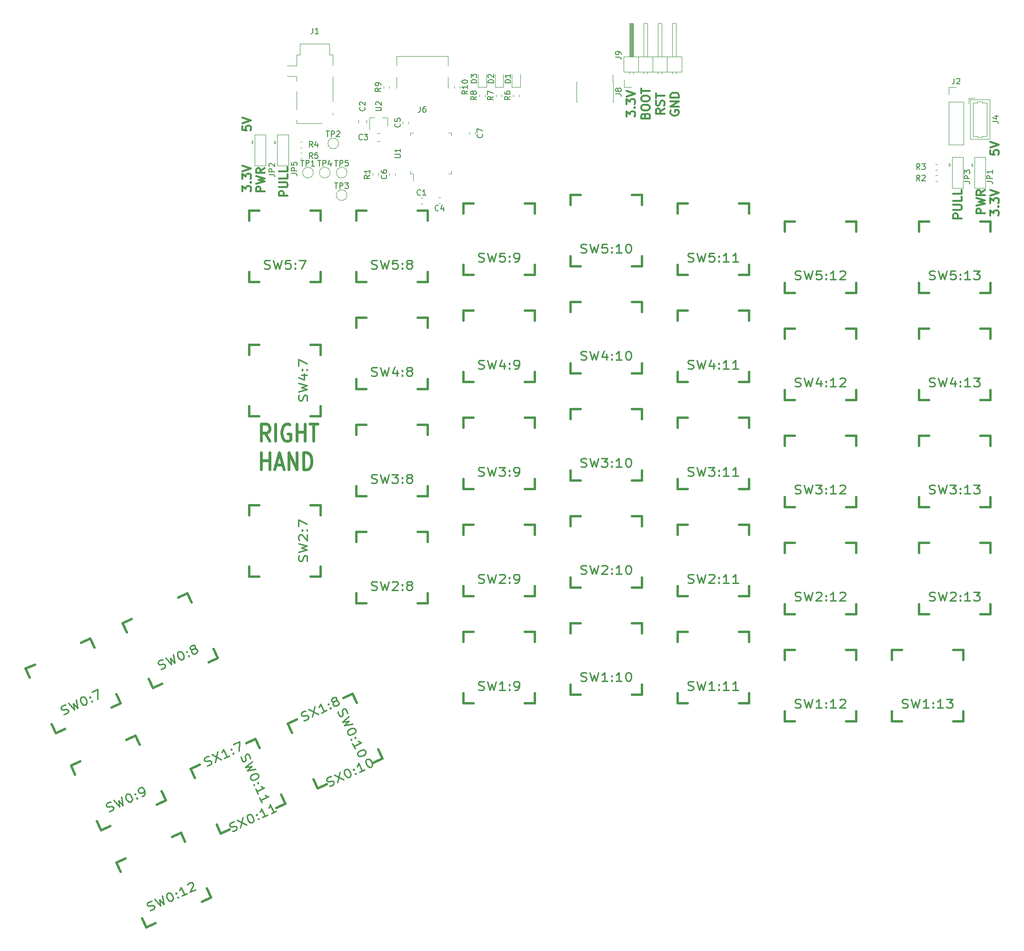
<source format=gto>
%TF.GenerationSoftware,KiCad,Pcbnew,5.1.6-c6e7f7d~87~ubuntu20.04.1*%
%TF.CreationDate,2020-08-02T23:19:43+02:00*%
%TF.ProjectId,ErgoDOX,4572676f-444f-4582-9e6b-696361645f70,rev?*%
%TF.SameCoordinates,Original*%
%TF.FileFunction,Legend,Top*%
%TF.FilePolarity,Positive*%
%FSLAX46Y46*%
G04 Gerber Fmt 4.6, Leading zero omitted, Abs format (unit mm)*
G04 Created by KiCad (PCBNEW 5.1.6-c6e7f7d~87~ubuntu20.04.1) date 2020-08-02 23:19:43*
%MOMM*%
%LPD*%
G01*
G04 APERTURE LIST*
%ADD10C,0.304800*%
%ADD11C,0.508000*%
%ADD12C,0.120000*%
%ADD13C,0.381000*%
%ADD14C,0.150000*%
%ADD15C,0.254000*%
G04 APERTURE END LIST*
D10*
X133179228Y-42049714D02*
X133179228Y-41106285D01*
X133759800Y-41614285D01*
X133759800Y-41396571D01*
X133832371Y-41251428D01*
X133904942Y-41178857D01*
X134050085Y-41106285D01*
X134412942Y-41106285D01*
X134558085Y-41178857D01*
X134630657Y-41251428D01*
X134703228Y-41396571D01*
X134703228Y-41832000D01*
X134630657Y-41977142D01*
X134558085Y-42049714D01*
X134558085Y-40453142D02*
X134630657Y-40380571D01*
X134703228Y-40453142D01*
X134630657Y-40525714D01*
X134558085Y-40453142D01*
X134703228Y-40453142D01*
X133179228Y-39872571D02*
X133179228Y-38929142D01*
X133759800Y-39437142D01*
X133759800Y-39219428D01*
X133832371Y-39074285D01*
X133904942Y-39001714D01*
X134050085Y-38929142D01*
X134412942Y-38929142D01*
X134558085Y-39001714D01*
X134630657Y-39074285D01*
X134703228Y-39219428D01*
X134703228Y-39654857D01*
X134630657Y-39800000D01*
X134558085Y-39872571D01*
X133179228Y-38493714D02*
X134703228Y-37985714D01*
X133179228Y-37477714D01*
X136495742Y-41868285D02*
X136568314Y-41650571D01*
X136640885Y-41578000D01*
X136786028Y-41505428D01*
X137003742Y-41505428D01*
X137148885Y-41578000D01*
X137221457Y-41650571D01*
X137294028Y-41795714D01*
X137294028Y-42376285D01*
X135770028Y-42376285D01*
X135770028Y-41868285D01*
X135842600Y-41723142D01*
X135915171Y-41650571D01*
X136060314Y-41578000D01*
X136205457Y-41578000D01*
X136350600Y-41650571D01*
X136423171Y-41723142D01*
X136495742Y-41868285D01*
X136495742Y-42376285D01*
X135770028Y-40562000D02*
X135770028Y-40271714D01*
X135842600Y-40126571D01*
X135987742Y-39981428D01*
X136278028Y-39908857D01*
X136786028Y-39908857D01*
X137076314Y-39981428D01*
X137221457Y-40126571D01*
X137294028Y-40271714D01*
X137294028Y-40562000D01*
X137221457Y-40707142D01*
X137076314Y-40852285D01*
X136786028Y-40924857D01*
X136278028Y-40924857D01*
X135987742Y-40852285D01*
X135842600Y-40707142D01*
X135770028Y-40562000D01*
X135770028Y-38965428D02*
X135770028Y-38675142D01*
X135842600Y-38530000D01*
X135987742Y-38384857D01*
X136278028Y-38312285D01*
X136786028Y-38312285D01*
X137076314Y-38384857D01*
X137221457Y-38530000D01*
X137294028Y-38675142D01*
X137294028Y-38965428D01*
X137221457Y-39110571D01*
X137076314Y-39255714D01*
X136786028Y-39328285D01*
X136278028Y-39328285D01*
X135987742Y-39255714D01*
X135842600Y-39110571D01*
X135770028Y-38965428D01*
X135770028Y-37876857D02*
X135770028Y-37006000D01*
X137294028Y-37441428D02*
X135770028Y-37441428D01*
X139884828Y-40634571D02*
X139159114Y-41142571D01*
X139884828Y-41505428D02*
X138360828Y-41505428D01*
X138360828Y-40924857D01*
X138433400Y-40779714D01*
X138505971Y-40707142D01*
X138651114Y-40634571D01*
X138868828Y-40634571D01*
X139013971Y-40707142D01*
X139086542Y-40779714D01*
X139159114Y-40924857D01*
X139159114Y-41505428D01*
X139812257Y-40054000D02*
X139884828Y-39836285D01*
X139884828Y-39473428D01*
X139812257Y-39328285D01*
X139739685Y-39255714D01*
X139594542Y-39183142D01*
X139449400Y-39183142D01*
X139304257Y-39255714D01*
X139231685Y-39328285D01*
X139159114Y-39473428D01*
X139086542Y-39763714D01*
X139013971Y-39908857D01*
X138941400Y-39981428D01*
X138796257Y-40054000D01*
X138651114Y-40054000D01*
X138505971Y-39981428D01*
X138433400Y-39908857D01*
X138360828Y-39763714D01*
X138360828Y-39400857D01*
X138433400Y-39183142D01*
X138360828Y-38747714D02*
X138360828Y-37876857D01*
X139884828Y-38312285D02*
X138360828Y-38312285D01*
X141024200Y-40961142D02*
X140951628Y-41106285D01*
X140951628Y-41324000D01*
X141024200Y-41541714D01*
X141169342Y-41686857D01*
X141314485Y-41759428D01*
X141604771Y-41832000D01*
X141822485Y-41832000D01*
X142112771Y-41759428D01*
X142257914Y-41686857D01*
X142403057Y-41541714D01*
X142475628Y-41324000D01*
X142475628Y-41178857D01*
X142403057Y-40961142D01*
X142330485Y-40888571D01*
X141822485Y-40888571D01*
X141822485Y-41178857D01*
X142475628Y-40235428D02*
X140951628Y-40235428D01*
X142475628Y-39364571D01*
X140951628Y-39364571D01*
X142475628Y-38638857D02*
X140951628Y-38638857D01*
X140951628Y-38276000D01*
X141024200Y-38058285D01*
X141169342Y-37913142D01*
X141314485Y-37840571D01*
X141604771Y-37768000D01*
X141822485Y-37768000D01*
X142112771Y-37840571D01*
X142257914Y-37913142D01*
X142403057Y-38058285D01*
X142475628Y-38276000D01*
X142475628Y-38638857D01*
X192789428Y-60131142D02*
X191265428Y-60131142D01*
X191265428Y-59550571D01*
X191338000Y-59405428D01*
X191410571Y-59332857D01*
X191555714Y-59260285D01*
X191773428Y-59260285D01*
X191918571Y-59332857D01*
X191991142Y-59405428D01*
X192063714Y-59550571D01*
X192063714Y-60131142D01*
X191265428Y-58607142D02*
X192499142Y-58607142D01*
X192644285Y-58534571D01*
X192716857Y-58462000D01*
X192789428Y-58316857D01*
X192789428Y-58026571D01*
X192716857Y-57881428D01*
X192644285Y-57808857D01*
X192499142Y-57736285D01*
X191265428Y-57736285D01*
X192789428Y-56284857D02*
X192789428Y-57010571D01*
X191265428Y-57010571D01*
X192789428Y-55051142D02*
X192789428Y-55776857D01*
X191265428Y-55776857D01*
X196889428Y-59232000D02*
X195365428Y-59232000D01*
X195365428Y-58651428D01*
X195438000Y-58506285D01*
X195510571Y-58433714D01*
X195655714Y-58361142D01*
X195873428Y-58361142D01*
X196018571Y-58433714D01*
X196091142Y-58506285D01*
X196163714Y-58651428D01*
X196163714Y-59232000D01*
X195365428Y-57853142D02*
X196889428Y-57490285D01*
X195800857Y-57200000D01*
X196889428Y-56909714D01*
X195365428Y-56546857D01*
X196889428Y-55095428D02*
X196163714Y-55603428D01*
X196889428Y-55966285D02*
X195365428Y-55966285D01*
X195365428Y-55385714D01*
X195438000Y-55240571D01*
X195510571Y-55168000D01*
X195655714Y-55095428D01*
X195873428Y-55095428D01*
X196018571Y-55168000D01*
X196091142Y-55240571D01*
X196163714Y-55385714D01*
X196163714Y-55966285D01*
X72889428Y-56131142D02*
X71365428Y-56131142D01*
X71365428Y-55550571D01*
X71438000Y-55405428D01*
X71510571Y-55332857D01*
X71655714Y-55260285D01*
X71873428Y-55260285D01*
X72018571Y-55332857D01*
X72091142Y-55405428D01*
X72163714Y-55550571D01*
X72163714Y-56131142D01*
X71365428Y-54607142D02*
X72599142Y-54607142D01*
X72744285Y-54534571D01*
X72816857Y-54462000D01*
X72889428Y-54316857D01*
X72889428Y-54026571D01*
X72816857Y-53881428D01*
X72744285Y-53808857D01*
X72599142Y-53736285D01*
X71365428Y-53736285D01*
X72889428Y-52284857D02*
X72889428Y-53010571D01*
X71365428Y-53010571D01*
X72889428Y-51051142D02*
X72889428Y-51776857D01*
X71365428Y-51776857D01*
X68789428Y-55332000D02*
X67265428Y-55332000D01*
X67265428Y-54751428D01*
X67338000Y-54606285D01*
X67410571Y-54533714D01*
X67555714Y-54461142D01*
X67773428Y-54461142D01*
X67918571Y-54533714D01*
X67991142Y-54606285D01*
X68063714Y-54751428D01*
X68063714Y-55332000D01*
X67265428Y-53953142D02*
X68789428Y-53590285D01*
X67700857Y-53300000D01*
X68789428Y-53009714D01*
X67265428Y-52646857D01*
X68789428Y-51195428D02*
X68063714Y-51703428D01*
X68789428Y-52066285D02*
X67265428Y-52066285D01*
X67265428Y-51485714D01*
X67338000Y-51340571D01*
X67410571Y-51268000D01*
X67555714Y-51195428D01*
X67773428Y-51195428D01*
X67918571Y-51268000D01*
X67991142Y-51340571D01*
X68063714Y-51485714D01*
X68063714Y-52066285D01*
X197865428Y-59631428D02*
X197865428Y-58688000D01*
X198446000Y-59196000D01*
X198446000Y-58978285D01*
X198518571Y-58833142D01*
X198591142Y-58760571D01*
X198736285Y-58688000D01*
X199099142Y-58688000D01*
X199244285Y-58760571D01*
X199316857Y-58833142D01*
X199389428Y-58978285D01*
X199389428Y-59413714D01*
X199316857Y-59558857D01*
X199244285Y-59631428D01*
X199244285Y-58034857D02*
X199316857Y-57962285D01*
X199389428Y-58034857D01*
X199316857Y-58107428D01*
X199244285Y-58034857D01*
X199389428Y-58034857D01*
X197865428Y-57454285D02*
X197865428Y-56510857D01*
X198446000Y-57018857D01*
X198446000Y-56801142D01*
X198518571Y-56656000D01*
X198591142Y-56583428D01*
X198736285Y-56510857D01*
X199099142Y-56510857D01*
X199244285Y-56583428D01*
X199316857Y-56656000D01*
X199389428Y-56801142D01*
X199389428Y-57236571D01*
X199316857Y-57381714D01*
X199244285Y-57454285D01*
X197865428Y-56075428D02*
X199389428Y-55567428D01*
X197865428Y-55059428D01*
X197865428Y-48020000D02*
X197865428Y-48745714D01*
X198591142Y-48818285D01*
X198518571Y-48745714D01*
X198446000Y-48600571D01*
X198446000Y-48237714D01*
X198518571Y-48092571D01*
X198591142Y-48020000D01*
X198736285Y-47947428D01*
X199099142Y-47947428D01*
X199244285Y-48020000D01*
X199316857Y-48092571D01*
X199389428Y-48237714D01*
X199389428Y-48600571D01*
X199316857Y-48745714D01*
X199244285Y-48818285D01*
X197865428Y-47512000D02*
X199389428Y-47004000D01*
X197865428Y-46496000D01*
X64865428Y-55331428D02*
X64865428Y-54388000D01*
X65446000Y-54896000D01*
X65446000Y-54678285D01*
X65518571Y-54533142D01*
X65591142Y-54460571D01*
X65736285Y-54388000D01*
X66099142Y-54388000D01*
X66244285Y-54460571D01*
X66316857Y-54533142D01*
X66389428Y-54678285D01*
X66389428Y-55113714D01*
X66316857Y-55258857D01*
X66244285Y-55331428D01*
X66244285Y-53734857D02*
X66316857Y-53662285D01*
X66389428Y-53734857D01*
X66316857Y-53807428D01*
X66244285Y-53734857D01*
X66389428Y-53734857D01*
X64865428Y-53154285D02*
X64865428Y-52210857D01*
X65446000Y-52718857D01*
X65446000Y-52501142D01*
X65518571Y-52356000D01*
X65591142Y-52283428D01*
X65736285Y-52210857D01*
X66099142Y-52210857D01*
X66244285Y-52283428D01*
X66316857Y-52356000D01*
X66389428Y-52501142D01*
X66389428Y-52936571D01*
X66316857Y-53081714D01*
X66244285Y-53154285D01*
X64865428Y-51775428D02*
X66389428Y-51267428D01*
X64865428Y-50759428D01*
X64865428Y-43720000D02*
X64865428Y-44445714D01*
X65591142Y-44518285D01*
X65518571Y-44445714D01*
X65446000Y-44300571D01*
X65446000Y-43937714D01*
X65518571Y-43792571D01*
X65591142Y-43720000D01*
X65736285Y-43647428D01*
X66099142Y-43647428D01*
X66244285Y-43720000D01*
X66316857Y-43792571D01*
X66389428Y-43937714D01*
X66389428Y-44300571D01*
X66316857Y-44445714D01*
X66244285Y-44518285D01*
X64865428Y-43212000D02*
X66389428Y-42704000D01*
X64865428Y-42196000D01*
D11*
X69696390Y-99803857D02*
X68849723Y-98352428D01*
X68244961Y-99803857D02*
X68244961Y-96755857D01*
X69212580Y-96755857D01*
X69454485Y-96901000D01*
X69575438Y-97046142D01*
X69696390Y-97336428D01*
X69696390Y-97771857D01*
X69575438Y-98062142D01*
X69454485Y-98207285D01*
X69212580Y-98352428D01*
X68244961Y-98352428D01*
X70784961Y-99803857D02*
X70784961Y-96755857D01*
X73324961Y-96901000D02*
X73083057Y-96755857D01*
X72720200Y-96755857D01*
X72357342Y-96901000D01*
X72115438Y-97191285D01*
X71994485Y-97481571D01*
X71873533Y-98062142D01*
X71873533Y-98497571D01*
X71994485Y-99078142D01*
X72115438Y-99368428D01*
X72357342Y-99658714D01*
X72720200Y-99803857D01*
X72962104Y-99803857D01*
X73324961Y-99658714D01*
X73445914Y-99513571D01*
X73445914Y-98497571D01*
X72962104Y-98497571D01*
X74534485Y-99803857D02*
X74534485Y-96755857D01*
X74534485Y-98207285D02*
X75985914Y-98207285D01*
X75985914Y-99803857D02*
X75985914Y-96755857D01*
X76832580Y-96755857D02*
X78284009Y-96755857D01*
X77558295Y-99803857D02*
X77558295Y-96755857D01*
X68244961Y-104883857D02*
X68244961Y-101835857D01*
X68244961Y-103287285D02*
X69696390Y-103287285D01*
X69696390Y-104883857D02*
X69696390Y-101835857D01*
X70784961Y-104013000D02*
X71994485Y-104013000D01*
X70543057Y-104883857D02*
X71389723Y-101835857D01*
X72236390Y-104883857D01*
X73083057Y-104883857D02*
X73083057Y-101835857D01*
X74534485Y-104883857D01*
X74534485Y-101835857D01*
X75744009Y-104883857D02*
X75744009Y-101835857D01*
X76348771Y-101835857D01*
X76711628Y-101981000D01*
X76953533Y-102271285D01*
X77074485Y-102561571D01*
X77195438Y-103142142D01*
X77195438Y-103577571D01*
X77074485Y-104158142D01*
X76953533Y-104448428D01*
X76711628Y-104738714D01*
X76348771Y-104883857D01*
X75744009Y-104883857D01*
D12*
X83450000Y-52000000D02*
G75*
G03*
X83450000Y-52000000I-950000J0D01*
G01*
X80450000Y-52000000D02*
G75*
G03*
X80450000Y-52000000I-950000J0D01*
G01*
X83450000Y-56000000D02*
G75*
G03*
X83450000Y-56000000I-950000J0D01*
G01*
X81950000Y-46800000D02*
G75*
G03*
X81950000Y-46800000I-950000J0D01*
G01*
X77450000Y-52000000D02*
G75*
G03*
X77450000Y-52000000I-950000J0D01*
G01*
X101960000Y-45402500D02*
X101960000Y-44952500D01*
X101960000Y-44952500D02*
X101510000Y-44952500D01*
X101960000Y-51722500D02*
X101960000Y-52172500D01*
X101960000Y-52172500D02*
X101510000Y-52172500D01*
X94740000Y-45402500D02*
X94740000Y-44952500D01*
X94740000Y-44952500D02*
X95190000Y-44952500D01*
X94740000Y-51722500D02*
X94740000Y-52172500D01*
X94740000Y-52172500D02*
X95190000Y-52172500D01*
X95190000Y-52172500D02*
X95190000Y-53462500D01*
X132730000Y-36770000D02*
X132730000Y-35500000D01*
X134000000Y-36770000D02*
X132730000Y-36770000D01*
X142000000Y-34457071D02*
X142000000Y-34060000D01*
X141240000Y-34457071D02*
X141240000Y-34060000D01*
X142000000Y-25400000D02*
X142000000Y-31400000D01*
X141240000Y-25400000D02*
X142000000Y-25400000D01*
X141240000Y-31400000D02*
X141240000Y-25400000D01*
X140350000Y-34060000D02*
X140350000Y-31400000D01*
X139460000Y-34457071D02*
X139460000Y-34060000D01*
X138700000Y-34457071D02*
X138700000Y-34060000D01*
X139460000Y-25400000D02*
X139460000Y-31400000D01*
X138700000Y-25400000D02*
X139460000Y-25400000D01*
X138700000Y-31400000D02*
X138700000Y-25400000D01*
X137810000Y-34060000D02*
X137810000Y-31400000D01*
X136920000Y-34457071D02*
X136920000Y-34060000D01*
X136160000Y-34457071D02*
X136160000Y-34060000D01*
X136920000Y-25400000D02*
X136920000Y-31400000D01*
X136160000Y-25400000D02*
X136920000Y-25400000D01*
X136160000Y-31400000D02*
X136160000Y-25400000D01*
X135270000Y-34060000D02*
X135270000Y-31400000D01*
X134380000Y-34390000D02*
X134380000Y-34060000D01*
X133620000Y-34390000D02*
X133620000Y-34060000D01*
X134280000Y-31400000D02*
X134280000Y-25400000D01*
X134160000Y-31400000D02*
X134160000Y-25400000D01*
X134040000Y-31400000D02*
X134040000Y-25400000D01*
X133920000Y-31400000D02*
X133920000Y-25400000D01*
X133800000Y-31400000D02*
X133800000Y-25400000D01*
X133680000Y-31400000D02*
X133680000Y-25400000D01*
X134380000Y-25400000D02*
X134380000Y-31400000D01*
X133620000Y-25400000D02*
X134380000Y-25400000D01*
X133620000Y-31400000D02*
X133620000Y-25400000D01*
X132670000Y-31400000D02*
X132670000Y-34060000D01*
X142950000Y-31400000D02*
X132670000Y-31400000D01*
X142950000Y-34060000D02*
X142950000Y-31400000D01*
X132670000Y-34060000D02*
X142950000Y-34060000D01*
X130775000Y-35885000D02*
X130775000Y-39415000D01*
X124305000Y-35885000D02*
X124305000Y-39415000D01*
X130710000Y-34560000D02*
X130710000Y-35885000D01*
X130775000Y-35885000D02*
X130710000Y-35885000D01*
X130775000Y-39415000D02*
X130710000Y-39415000D01*
X124370000Y-35885000D02*
X124305000Y-35885000D01*
X124370000Y-39415000D02*
X124305000Y-39415000D01*
X103510000Y-36624721D02*
X103510000Y-36950279D01*
X102490000Y-36624721D02*
X102490000Y-36950279D01*
X91010000Y-36624721D02*
X91010000Y-36950279D01*
X89990000Y-36624721D02*
X89990000Y-36950279D01*
X106210000Y-44837221D02*
X106210000Y-45162779D01*
X105190000Y-44837221D02*
X105190000Y-45162779D01*
X90990000Y-52450279D02*
X90990000Y-52124721D01*
X92010000Y-52450279D02*
X92010000Y-52124721D01*
X93390000Y-43275279D02*
X93390000Y-42949721D01*
X94410000Y-43275279D02*
X94410000Y-42949721D01*
X100075279Y-57410000D02*
X99749721Y-57410000D01*
X100075279Y-56390000D02*
X99749721Y-56390000D01*
X90620000Y-42180000D02*
X89690000Y-42180000D01*
X87460000Y-42180000D02*
X88390000Y-42180000D01*
X87460000Y-42180000D02*
X87460000Y-44340000D01*
X90620000Y-42180000D02*
X90620000Y-43640000D01*
X108010000Y-38124721D02*
X108010000Y-38450279D01*
X106990000Y-38124721D02*
X106990000Y-38450279D01*
X111010000Y-38124721D02*
X111010000Y-38450279D01*
X109990000Y-38124721D02*
X109990000Y-38450279D01*
X114010000Y-38124721D02*
X114010000Y-38450279D01*
X112990000Y-38124721D02*
X112990000Y-38450279D01*
X75450279Y-49510000D02*
X75124721Y-49510000D01*
X75450279Y-48490000D02*
X75124721Y-48490000D01*
X75450279Y-47510000D02*
X75124721Y-47510000D01*
X75450279Y-46490000D02*
X75124721Y-46490000D01*
X188124721Y-50490000D02*
X188450279Y-50490000D01*
X188124721Y-51510000D02*
X188450279Y-51510000D01*
X188124721Y-52490000D02*
X188450279Y-52490000D01*
X188124721Y-53510000D02*
X188450279Y-53510000D01*
X87990000Y-52450279D02*
X87990000Y-52124721D01*
X89010000Y-52450279D02*
X89010000Y-52124721D01*
X70500000Y-46900000D02*
X70800000Y-46600000D01*
X70500000Y-46300000D02*
X70500000Y-46900000D01*
X70800000Y-46600000D02*
X70500000Y-46300000D01*
X71050000Y-45250000D02*
X73000000Y-45250000D01*
X71050000Y-50750000D02*
X71050000Y-45250000D01*
X73000000Y-50750000D02*
X71050000Y-50750000D01*
X73000000Y-45250000D02*
X73000000Y-50750000D01*
X190500000Y-50900000D02*
X190800000Y-50600000D01*
X190500000Y-50300000D02*
X190500000Y-50900000D01*
X190800000Y-50600000D02*
X190500000Y-50300000D01*
X191050000Y-49250000D02*
X193000000Y-49250000D01*
X191050000Y-54750000D02*
X191050000Y-49250000D01*
X193000000Y-54750000D02*
X191050000Y-54750000D01*
X193000000Y-49250000D02*
X193000000Y-54750000D01*
X66500000Y-46900000D02*
X66800000Y-46600000D01*
X66500000Y-46300000D02*
X66500000Y-46900000D01*
X66800000Y-46600000D02*
X66500000Y-46300000D01*
X67050000Y-45250000D02*
X69000000Y-45250000D01*
X67050000Y-50750000D02*
X67050000Y-45250000D01*
X69000000Y-50750000D02*
X67050000Y-50750000D01*
X69000000Y-45250000D02*
X69000000Y-50750000D01*
X194500000Y-50900000D02*
X194800000Y-50600000D01*
X194500000Y-50300000D02*
X194500000Y-50900000D01*
X194800000Y-50600000D02*
X194500000Y-50300000D01*
X195050000Y-49250000D02*
X197000000Y-49250000D01*
X195050000Y-54750000D02*
X195050000Y-49250000D01*
X197000000Y-54750000D02*
X195050000Y-54750000D01*
X197000000Y-49250000D02*
X197000000Y-54750000D01*
X101400000Y-36925000D02*
X101400000Y-35005000D01*
X92240000Y-35005000D02*
X92240000Y-36925000D01*
X92240000Y-32995000D02*
X92240000Y-31290000D01*
X101400000Y-31290000D02*
X101400000Y-32995000D01*
X92240000Y-31290000D02*
X101400000Y-31290000D01*
X197740000Y-39030000D02*
X194320000Y-39030000D01*
X194320000Y-39030000D02*
X194320000Y-46000000D01*
X194320000Y-46000000D02*
X197740000Y-46000000D01*
X197740000Y-46000000D02*
X197740000Y-39030000D01*
X194830000Y-42515000D02*
X194830000Y-39540000D01*
X194830000Y-39540000D02*
X195580000Y-39540000D01*
X195580000Y-39540000D02*
X195580000Y-39340000D01*
X195580000Y-39340000D02*
X196380000Y-39340000D01*
X196380000Y-39340000D02*
X196380000Y-39540000D01*
X196380000Y-39540000D02*
X197230000Y-39540000D01*
X197230000Y-39540000D02*
X197230000Y-42515000D01*
X194830000Y-42515000D02*
X194830000Y-45490000D01*
X194830000Y-45490000D02*
X195580000Y-45490000D01*
X195580000Y-45490000D02*
X195580000Y-45690000D01*
X195580000Y-45690000D02*
X196380000Y-45690000D01*
X196380000Y-45690000D02*
X196380000Y-45490000D01*
X196380000Y-45490000D02*
X197230000Y-45490000D01*
X197230000Y-45490000D02*
X197230000Y-42515000D01*
X194030000Y-38740000D02*
X195030000Y-38740000D01*
X194030000Y-38740000D02*
X194030000Y-39740000D01*
X190440000Y-47050000D02*
X193100000Y-47050000D01*
X190440000Y-39370000D02*
X190440000Y-47050000D01*
X193100000Y-39370000D02*
X193100000Y-47050000D01*
X190440000Y-39370000D02*
X193100000Y-39370000D01*
X190440000Y-38100000D02*
X190440000Y-36770000D01*
X190440000Y-36770000D02*
X191770000Y-36770000D01*
X72800000Y-34850000D02*
X74500000Y-34850000D01*
X74500000Y-32950000D02*
X72800000Y-32950000D01*
X80900000Y-41350000D02*
X80900000Y-41700000D01*
X80900000Y-34900000D02*
X80900000Y-39350000D01*
X74500000Y-32950000D02*
X74500000Y-31050000D01*
X74500000Y-31050000D02*
X75100000Y-31050000D01*
X75100000Y-31050000D02*
X75100000Y-29050000D01*
X75100000Y-29050000D02*
X80300000Y-29050000D01*
X80300000Y-29050000D02*
X80300000Y-31050000D01*
X80300000Y-31050000D02*
X80900000Y-31050000D01*
X80900000Y-31050000D02*
X80900000Y-32900000D01*
X74500000Y-35700000D02*
X74500000Y-34850000D01*
X74500000Y-40750000D02*
X74500000Y-37550000D01*
X79000000Y-43250000D02*
X74500000Y-43250000D01*
X74500000Y-43250000D02*
X74500000Y-42650000D01*
X106765000Y-34487500D02*
X106765000Y-36772500D01*
X106765000Y-36772500D02*
X108235000Y-36772500D01*
X108235000Y-36772500D02*
X108235000Y-34487500D01*
X109765000Y-34487500D02*
X109765000Y-36772500D01*
X109765000Y-36772500D02*
X111235000Y-36772500D01*
X111235000Y-36772500D02*
X111235000Y-34487500D01*
X112765000Y-34487500D02*
X112765000Y-36772500D01*
X112765000Y-36772500D02*
X114235000Y-36772500D01*
X114235000Y-36772500D02*
X114235000Y-34487500D01*
X89296078Y-46410000D02*
X88778922Y-46410000D01*
X89296078Y-44990000D02*
X88778922Y-44990000D01*
X86910000Y-42641422D02*
X86910000Y-43158578D01*
X85490000Y-42641422D02*
X85490000Y-43158578D01*
X96549721Y-56490000D02*
X96875279Y-56490000D01*
X96549721Y-57510000D02*
X96875279Y-57510000D01*
D13*
X185102500Y-81480660D02*
X185102500Y-79702660D01*
X185102500Y-92402660D02*
X185102500Y-90624660D01*
X186880500Y-92402660D02*
X185102500Y-92402660D01*
X197802500Y-92402660D02*
X196024500Y-92402660D01*
X197802500Y-90624660D02*
X197802500Y-92402660D01*
X197802500Y-79702660D02*
X197802500Y-81480660D01*
X196024500Y-79702660D02*
X197802500Y-79702660D01*
X185102500Y-79702660D02*
X186880500Y-79702660D01*
X185102500Y-119580660D02*
X185102500Y-117802660D01*
X185102500Y-130502660D02*
X185102500Y-128724660D01*
X186880500Y-130502660D02*
X185102500Y-130502660D01*
X197802500Y-130502660D02*
X196024500Y-130502660D01*
X197802500Y-128724660D02*
X197802500Y-130502660D01*
X197802500Y-117802660D02*
X197802500Y-119580660D01*
X196024500Y-117802660D02*
X197802500Y-117802660D01*
X185102500Y-117802660D02*
X186880500Y-117802660D01*
X185102500Y-62433200D02*
X185102500Y-60655200D01*
X185102500Y-73355200D02*
X185102500Y-71577200D01*
X186880500Y-73355200D02*
X185102500Y-73355200D01*
X197802500Y-73355200D02*
X196024500Y-73355200D01*
X197802500Y-71577200D02*
X197802500Y-73355200D01*
X197802500Y-60655200D02*
X197802500Y-62433200D01*
X196024500Y-60655200D02*
X197802500Y-60655200D01*
X185102500Y-60655200D02*
X186880500Y-60655200D01*
X185102500Y-100530660D02*
X185102500Y-98752660D01*
X185102500Y-111452660D02*
X185102500Y-109674660D01*
X186880500Y-111452660D02*
X185102500Y-111452660D01*
X197802500Y-111452660D02*
X196024500Y-111452660D01*
X197802500Y-109674660D02*
X197802500Y-111452660D01*
X197802500Y-98752660D02*
X197802500Y-100530660D01*
X196024500Y-98752660D02*
X197802500Y-98752660D01*
X185102500Y-98752660D02*
X186880500Y-98752660D01*
X85090000Y-60528200D02*
X85090000Y-58750200D01*
X85090000Y-71450200D02*
X85090000Y-69672200D01*
X86868000Y-71450200D02*
X85090000Y-71450200D01*
X97790000Y-71450200D02*
X96012000Y-71450200D01*
X97790000Y-69672200D02*
X97790000Y-71450200D01*
X97790000Y-58750200D02*
X97790000Y-60528200D01*
X96012000Y-58750200D02*
X97790000Y-58750200D01*
X85090000Y-58750200D02*
X86868000Y-58750200D01*
X142240000Y-78305660D02*
X142240000Y-76527660D01*
X142240000Y-89227660D02*
X142240000Y-87449660D01*
X144018000Y-89227660D02*
X142240000Y-89227660D01*
X154940000Y-89227660D02*
X153162000Y-89227660D01*
X154940000Y-87449660D02*
X154940000Y-89227660D01*
X154940000Y-76527660D02*
X154940000Y-78305660D01*
X153162000Y-76527660D02*
X154940000Y-76527660D01*
X142240000Y-76527660D02*
X144018000Y-76527660D01*
X62578467Y-168804545D02*
X60967052Y-169555960D01*
X72477160Y-164188708D02*
X70865745Y-164940124D01*
X71725745Y-162577293D02*
X72477160Y-164188708D01*
X67109908Y-152678600D02*
X67861324Y-154290015D01*
X65498493Y-153430015D02*
X67109908Y-152678600D01*
X55599800Y-158045852D02*
X57211215Y-157294436D01*
X56351215Y-159657267D02*
X55599800Y-158045852D01*
X60967052Y-169555960D02*
X60215636Y-167944545D01*
X79842847Y-160752745D02*
X78231432Y-161504160D01*
X89741540Y-156136908D02*
X88130125Y-156888324D01*
X88990125Y-154525493D02*
X89741540Y-156136908D01*
X84374288Y-144626800D02*
X85125704Y-146238215D01*
X82762873Y-145378215D02*
X84374288Y-144626800D01*
X72864180Y-149994052D02*
X74475595Y-149242636D01*
X73615595Y-151605467D02*
X72864180Y-149994052D01*
X78231432Y-161504160D02*
X77480016Y-159892745D01*
X104140000Y-135455660D02*
X104140000Y-133677660D01*
X104140000Y-146377660D02*
X104140000Y-144599660D01*
X105918000Y-146377660D02*
X104140000Y-146377660D01*
X116840000Y-146377660D02*
X115062000Y-146377660D01*
X116840000Y-144599660D02*
X116840000Y-146377660D01*
X116840000Y-133677660D02*
X116840000Y-135455660D01*
X115062000Y-133677660D02*
X116840000Y-133677660D01*
X104140000Y-133677660D02*
X105918000Y-133677660D01*
X123190000Y-133858000D02*
X123190000Y-132080000D01*
X123190000Y-144780000D02*
X123190000Y-143002000D01*
X124968000Y-144780000D02*
X123190000Y-144780000D01*
X135890000Y-144780000D02*
X134112000Y-144780000D01*
X135890000Y-143002000D02*
X135890000Y-144780000D01*
X135890000Y-132080000D02*
X135890000Y-133858000D01*
X134112000Y-132080000D02*
X135890000Y-132080000D01*
X123190000Y-132080000D02*
X124968000Y-132080000D01*
X161290000Y-138630660D02*
X161290000Y-136852660D01*
X161290000Y-149552660D02*
X161290000Y-147774660D01*
X163068000Y-149552660D02*
X161290000Y-149552660D01*
X173990000Y-149552660D02*
X172212000Y-149552660D01*
X173990000Y-147774660D02*
X173990000Y-149552660D01*
X173990000Y-136852660D02*
X173990000Y-138630660D01*
X172212000Y-136852660D02*
X173990000Y-136852660D01*
X161290000Y-136852660D02*
X163068000Y-136852660D01*
X85090000Y-117675660D02*
X85090000Y-115897660D01*
X85090000Y-128597660D02*
X85090000Y-126819660D01*
X86868000Y-128597660D02*
X85090000Y-128597660D01*
X97790000Y-128597660D02*
X96012000Y-128597660D01*
X97790000Y-126819660D02*
X97790000Y-128597660D01*
X97790000Y-115897660D02*
X97790000Y-117675660D01*
X96012000Y-115897660D02*
X97790000Y-115897660D01*
X85090000Y-115897660D02*
X86868000Y-115897660D01*
X104140000Y-116405660D02*
X104140000Y-114627660D01*
X104140000Y-127327660D02*
X104140000Y-125549660D01*
X105918000Y-127327660D02*
X104140000Y-127327660D01*
X116840000Y-127327660D02*
X115062000Y-127327660D01*
X116840000Y-125549660D02*
X116840000Y-127327660D01*
X116840000Y-114627660D02*
X116840000Y-116405660D01*
X115062000Y-114627660D02*
X116840000Y-114627660D01*
X104140000Y-114627660D02*
X105918000Y-114627660D01*
X123190000Y-114808000D02*
X123190000Y-113030000D01*
X123190000Y-125730000D02*
X123190000Y-123952000D01*
X124968000Y-125730000D02*
X123190000Y-125730000D01*
X135890000Y-125730000D02*
X134112000Y-125730000D01*
X135890000Y-123952000D02*
X135890000Y-125730000D01*
X135890000Y-113030000D02*
X135890000Y-114808000D01*
X134112000Y-113030000D02*
X135890000Y-113030000D01*
X123190000Y-113030000D02*
X124968000Y-113030000D01*
X142240000Y-116405660D02*
X142240000Y-114627660D01*
X142240000Y-127327660D02*
X142240000Y-125549660D01*
X144018000Y-127327660D02*
X142240000Y-127327660D01*
X154940000Y-127327660D02*
X153162000Y-127327660D01*
X154940000Y-125549660D02*
X154940000Y-127327660D01*
X154940000Y-114627660D02*
X154940000Y-116405660D01*
X153162000Y-114627660D02*
X154940000Y-114627660D01*
X142240000Y-114627660D02*
X144018000Y-114627660D01*
X161290000Y-119580660D02*
X161290000Y-117802660D01*
X161290000Y-130502660D02*
X161290000Y-128724660D01*
X163068000Y-130502660D02*
X161290000Y-130502660D01*
X173990000Y-130502660D02*
X172212000Y-130502660D01*
X173990000Y-128724660D02*
X173990000Y-130502660D01*
X173990000Y-117802660D02*
X173990000Y-119580660D01*
X172212000Y-117802660D02*
X173990000Y-117802660D01*
X161290000Y-117802660D02*
X163068000Y-117802660D01*
X85090000Y-98625660D02*
X85090000Y-96847660D01*
X85090000Y-109547660D02*
X85090000Y-107769660D01*
X86868000Y-109547660D02*
X85090000Y-109547660D01*
X97790000Y-109547660D02*
X96012000Y-109547660D01*
X97790000Y-107769660D02*
X97790000Y-109547660D01*
X97790000Y-96847660D02*
X97790000Y-98625660D01*
X96012000Y-96847660D02*
X97790000Y-96847660D01*
X85090000Y-96847660D02*
X86868000Y-96847660D01*
X104140000Y-97355660D02*
X104140000Y-95577660D01*
X104140000Y-108277660D02*
X104140000Y-106499660D01*
X105918000Y-108277660D02*
X104140000Y-108277660D01*
X116840000Y-108277660D02*
X115062000Y-108277660D01*
X116840000Y-106499660D02*
X116840000Y-108277660D01*
X116840000Y-95577660D02*
X116840000Y-97355660D01*
X115062000Y-95577660D02*
X116840000Y-95577660D01*
X104140000Y-95577660D02*
X105918000Y-95577660D01*
X123190000Y-95758000D02*
X123190000Y-93980000D01*
X123190000Y-106680000D02*
X123190000Y-104902000D01*
X124968000Y-106680000D02*
X123190000Y-106680000D01*
X135890000Y-106680000D02*
X134112000Y-106680000D01*
X135890000Y-104902000D02*
X135890000Y-106680000D01*
X135890000Y-93980000D02*
X135890000Y-95758000D01*
X134112000Y-93980000D02*
X135890000Y-93980000D01*
X123190000Y-93980000D02*
X124968000Y-93980000D01*
X142240000Y-97355660D02*
X142240000Y-95577660D01*
X142240000Y-108277660D02*
X142240000Y-106499660D01*
X144018000Y-108277660D02*
X142240000Y-108277660D01*
X154940000Y-108277660D02*
X153162000Y-108277660D01*
X154940000Y-106499660D02*
X154940000Y-108277660D01*
X154940000Y-95577660D02*
X154940000Y-97355660D01*
X153162000Y-95577660D02*
X154940000Y-95577660D01*
X142240000Y-95577660D02*
X144018000Y-95577660D01*
X104140000Y-78305660D02*
X104140000Y-76527660D01*
X104140000Y-89227660D02*
X104140000Y-87449660D01*
X105918000Y-89227660D02*
X104140000Y-89227660D01*
X116840000Y-89227660D02*
X115062000Y-89227660D01*
X116840000Y-87449660D02*
X116840000Y-89227660D01*
X116840000Y-76527660D02*
X116840000Y-78305660D01*
X115062000Y-76527660D02*
X116840000Y-76527660D01*
X104140000Y-76527660D02*
X105918000Y-76527660D01*
X123190000Y-76708000D02*
X123190000Y-74930000D01*
X123190000Y-87630000D02*
X123190000Y-85852000D01*
X124968000Y-87630000D02*
X123190000Y-87630000D01*
X135890000Y-87630000D02*
X134112000Y-87630000D01*
X135890000Y-85852000D02*
X135890000Y-87630000D01*
X135890000Y-74930000D02*
X135890000Y-76708000D01*
X134112000Y-74930000D02*
X135890000Y-74930000D01*
X123190000Y-74930000D02*
X124968000Y-74930000D01*
X161290000Y-81480660D02*
X161290000Y-79702660D01*
X161290000Y-92402660D02*
X161290000Y-90624660D01*
X163068000Y-92402660D02*
X161290000Y-92402660D01*
X173990000Y-92402660D02*
X172212000Y-92402660D01*
X173990000Y-90624660D02*
X173990000Y-92402660D01*
X173990000Y-79702660D02*
X173990000Y-81480660D01*
X172212000Y-79702660D02*
X173990000Y-79702660D01*
X161290000Y-79702660D02*
X163068000Y-79702660D01*
X142240000Y-135455660D02*
X142240000Y-133677660D01*
X142240000Y-146377660D02*
X142240000Y-144599660D01*
X144018000Y-146377660D02*
X142240000Y-146377660D01*
X154940000Y-146377660D02*
X153162000Y-146377660D01*
X154940000Y-144599660D02*
X154940000Y-146377660D01*
X154940000Y-133677660D02*
X154940000Y-135455660D01*
X153162000Y-133677660D02*
X154940000Y-133677660D01*
X142240000Y-133677660D02*
X144018000Y-133677660D01*
X104140000Y-59255660D02*
X104140000Y-57477660D01*
X104140000Y-70177660D02*
X104140000Y-68399660D01*
X105918000Y-70177660D02*
X104140000Y-70177660D01*
X116840000Y-70177660D02*
X115062000Y-70177660D01*
X116840000Y-68399660D02*
X116840000Y-70177660D01*
X116840000Y-57477660D02*
X116840000Y-59255660D01*
X115062000Y-57477660D02*
X116840000Y-57477660D01*
X104140000Y-57477660D02*
X105918000Y-57477660D01*
X123190000Y-57658000D02*
X123190000Y-55880000D01*
X123190000Y-68580000D02*
X123190000Y-66802000D01*
X124968000Y-68580000D02*
X123190000Y-68580000D01*
X135890000Y-68580000D02*
X134112000Y-68580000D01*
X135890000Y-66802000D02*
X135890000Y-68580000D01*
X135890000Y-55880000D02*
X135890000Y-57658000D01*
X134112000Y-55880000D02*
X135890000Y-55880000D01*
X123190000Y-55880000D02*
X124968000Y-55880000D01*
X142240000Y-59255660D02*
X142240000Y-57477660D01*
X142240000Y-70177660D02*
X142240000Y-68399660D01*
X144018000Y-70177660D02*
X142240000Y-70177660D01*
X154940000Y-70177660D02*
X153162000Y-70177660D01*
X154940000Y-68399660D02*
X154940000Y-70177660D01*
X154940000Y-57477660D02*
X154940000Y-59255660D01*
X153162000Y-57477660D02*
X154940000Y-57477660D01*
X142240000Y-57477660D02*
X144018000Y-57477660D01*
X161290000Y-62433200D02*
X161290000Y-60655200D01*
X161290000Y-73355200D02*
X161290000Y-71577200D01*
X163068000Y-73355200D02*
X161290000Y-73355200D01*
X173990000Y-73355200D02*
X172212000Y-73355200D01*
X173990000Y-71577200D02*
X173990000Y-73355200D01*
X173990000Y-60655200D02*
X173990000Y-62433200D01*
X172212000Y-60655200D02*
X173990000Y-60655200D01*
X161290000Y-60655200D02*
X163068000Y-60655200D01*
X44276055Y-133759427D02*
X43524640Y-132148012D01*
X48891892Y-143658120D02*
X48140476Y-142046705D01*
X50503307Y-142906705D02*
X48891892Y-143658120D01*
X60402000Y-138290868D02*
X58790585Y-139042284D01*
X59650585Y-136679453D02*
X60402000Y-138290868D01*
X55034748Y-126780760D02*
X55786164Y-128392175D01*
X53423333Y-127532175D02*
X55034748Y-126780760D01*
X43524640Y-132148012D02*
X45136055Y-131396596D01*
X27011675Y-141808687D02*
X26260260Y-140197272D01*
X31627512Y-151707380D02*
X30876096Y-150095965D01*
X33238927Y-150955965D02*
X31627512Y-151707380D01*
X43137620Y-146340128D02*
X41526205Y-147091544D01*
X42386205Y-144728713D02*
X43137620Y-146340128D01*
X37770368Y-134830020D02*
X38521784Y-136441435D01*
X36158953Y-135581435D02*
X37770368Y-134830020D01*
X26260260Y-140197272D02*
X27871675Y-139445856D01*
X43112735Y-176339987D02*
X42361320Y-174728572D01*
X47728572Y-186238680D02*
X46977156Y-184627265D01*
X49339987Y-185487265D02*
X47728572Y-186238680D01*
X59238680Y-180871428D02*
X57627265Y-181622844D01*
X58487265Y-179260013D02*
X59238680Y-180871428D01*
X53871428Y-169361320D02*
X54622844Y-170972735D01*
X52260013Y-170112735D02*
X53871428Y-169361320D01*
X42361320Y-174728572D02*
X43972735Y-173977156D01*
X35060935Y-159073067D02*
X34309520Y-157461652D01*
X39676772Y-168971760D02*
X38925356Y-167360345D01*
X41288187Y-168220345D02*
X39676772Y-168971760D01*
X51186880Y-163604508D02*
X49575465Y-164355924D01*
X50435465Y-161993093D02*
X51186880Y-163604508D01*
X45819628Y-152094400D02*
X46571044Y-153705815D01*
X44208213Y-152845815D02*
X45819628Y-152094400D01*
X34309520Y-157461652D02*
X35920935Y-156710236D01*
X85090000Y-79575660D02*
X85090000Y-77797660D01*
X85090000Y-90497660D02*
X85090000Y-88719660D01*
X86868000Y-90497660D02*
X85090000Y-90497660D01*
X97790000Y-90497660D02*
X96012000Y-90497660D01*
X97790000Y-88719660D02*
X97790000Y-90497660D01*
X97790000Y-77797660D02*
X97790000Y-79575660D01*
X96012000Y-77797660D02*
X97790000Y-77797660D01*
X85090000Y-77797660D02*
X86868000Y-77797660D01*
X180340000Y-138630660D02*
X180340000Y-136852660D01*
X180340000Y-149552660D02*
X180340000Y-147774660D01*
X182118000Y-149552660D02*
X180340000Y-149552660D01*
X193040000Y-149552660D02*
X191262000Y-149552660D01*
X193040000Y-147774660D02*
X193040000Y-149552660D01*
X193040000Y-136852660D02*
X193040000Y-138630660D01*
X191262000Y-136852660D02*
X193040000Y-136852660D01*
X180340000Y-136852660D02*
X182118000Y-136852660D01*
X67818000Y-123835160D02*
X66040000Y-123835160D01*
X78740000Y-123835160D02*
X76962000Y-123835160D01*
X78740000Y-122057160D02*
X78740000Y-123835160D01*
X78740000Y-111135160D02*
X78740000Y-112913160D01*
X76962000Y-111135160D02*
X78740000Y-111135160D01*
X66040000Y-111135160D02*
X67818000Y-111135160D01*
X66040000Y-112913160D02*
X66040000Y-111135160D01*
X66040000Y-123835160D02*
X66040000Y-122057160D01*
X67818000Y-95260160D02*
X66040000Y-95260160D01*
X78740000Y-95260160D02*
X76962000Y-95260160D01*
X78740000Y-93482160D02*
X78740000Y-95260160D01*
X78740000Y-82560160D02*
X78740000Y-84338160D01*
X76962000Y-82560160D02*
X78740000Y-82560160D01*
X66040000Y-82560160D02*
X67818000Y-82560160D01*
X66040000Y-84338160D02*
X66040000Y-82560160D01*
X66040000Y-95260160D02*
X66040000Y-93482160D01*
X66040000Y-60528200D02*
X66040000Y-58750200D01*
X66040000Y-71450200D02*
X66040000Y-69672200D01*
X67818000Y-71450200D02*
X66040000Y-71450200D01*
X78740000Y-71450200D02*
X76962000Y-71450200D01*
X78740000Y-69672200D02*
X78740000Y-71450200D01*
X78740000Y-58750200D02*
X78740000Y-60528200D01*
X76962000Y-58750200D02*
X78740000Y-58750200D01*
X66040000Y-58750200D02*
X67818000Y-58750200D01*
X161290000Y-100530660D02*
X161290000Y-98752660D01*
X161290000Y-111452660D02*
X161290000Y-109674660D01*
X163068000Y-111452660D02*
X161290000Y-111452660D01*
X173990000Y-111452660D02*
X172212000Y-111452660D01*
X173990000Y-109674660D02*
X173990000Y-111452660D01*
X173990000Y-98752660D02*
X173990000Y-100530660D01*
X172212000Y-98752660D02*
X173990000Y-98752660D01*
X161290000Y-98752660D02*
X163068000Y-98752660D01*
D14*
X81238095Y-49804380D02*
X81809523Y-49804380D01*
X81523809Y-50804380D02*
X81523809Y-49804380D01*
X82142857Y-50804380D02*
X82142857Y-49804380D01*
X82523809Y-49804380D01*
X82619047Y-49852000D01*
X82666666Y-49899619D01*
X82714285Y-49994857D01*
X82714285Y-50137714D01*
X82666666Y-50232952D01*
X82619047Y-50280571D01*
X82523809Y-50328190D01*
X82142857Y-50328190D01*
X83619047Y-49804380D02*
X83142857Y-49804380D01*
X83095238Y-50280571D01*
X83142857Y-50232952D01*
X83238095Y-50185333D01*
X83476190Y-50185333D01*
X83571428Y-50232952D01*
X83619047Y-50280571D01*
X83666666Y-50375809D01*
X83666666Y-50613904D01*
X83619047Y-50709142D01*
X83571428Y-50756761D01*
X83476190Y-50804380D01*
X83238095Y-50804380D01*
X83142857Y-50756761D01*
X83095238Y-50709142D01*
X78238095Y-49804380D02*
X78809523Y-49804380D01*
X78523809Y-50804380D02*
X78523809Y-49804380D01*
X79142857Y-50804380D02*
X79142857Y-49804380D01*
X79523809Y-49804380D01*
X79619047Y-49852000D01*
X79666666Y-49899619D01*
X79714285Y-49994857D01*
X79714285Y-50137714D01*
X79666666Y-50232952D01*
X79619047Y-50280571D01*
X79523809Y-50328190D01*
X79142857Y-50328190D01*
X80571428Y-50137714D02*
X80571428Y-50804380D01*
X80333333Y-49756761D02*
X80095238Y-50471047D01*
X80714285Y-50471047D01*
X81238095Y-53804380D02*
X81809523Y-53804380D01*
X81523809Y-54804380D02*
X81523809Y-53804380D01*
X82142857Y-54804380D02*
X82142857Y-53804380D01*
X82523809Y-53804380D01*
X82619047Y-53852000D01*
X82666666Y-53899619D01*
X82714285Y-53994857D01*
X82714285Y-54137714D01*
X82666666Y-54232952D01*
X82619047Y-54280571D01*
X82523809Y-54328190D01*
X82142857Y-54328190D01*
X83047619Y-53804380D02*
X83666666Y-53804380D01*
X83333333Y-54185333D01*
X83476190Y-54185333D01*
X83571428Y-54232952D01*
X83619047Y-54280571D01*
X83666666Y-54375809D01*
X83666666Y-54613904D01*
X83619047Y-54709142D01*
X83571428Y-54756761D01*
X83476190Y-54804380D01*
X83190476Y-54804380D01*
X83095238Y-54756761D01*
X83047619Y-54709142D01*
X79738095Y-44604380D02*
X80309523Y-44604380D01*
X80023809Y-45604380D02*
X80023809Y-44604380D01*
X80642857Y-45604380D02*
X80642857Y-44604380D01*
X81023809Y-44604380D01*
X81119047Y-44652000D01*
X81166666Y-44699619D01*
X81214285Y-44794857D01*
X81214285Y-44937714D01*
X81166666Y-45032952D01*
X81119047Y-45080571D01*
X81023809Y-45128190D01*
X80642857Y-45128190D01*
X81595238Y-44699619D02*
X81642857Y-44652000D01*
X81738095Y-44604380D01*
X81976190Y-44604380D01*
X82071428Y-44652000D01*
X82119047Y-44699619D01*
X82166666Y-44794857D01*
X82166666Y-44890095D01*
X82119047Y-45032952D01*
X81547619Y-45604380D01*
X82166666Y-45604380D01*
X75238095Y-49804380D02*
X75809523Y-49804380D01*
X75523809Y-50804380D02*
X75523809Y-49804380D01*
X76142857Y-50804380D02*
X76142857Y-49804380D01*
X76523809Y-49804380D01*
X76619047Y-49852000D01*
X76666666Y-49899619D01*
X76714285Y-49994857D01*
X76714285Y-50137714D01*
X76666666Y-50232952D01*
X76619047Y-50280571D01*
X76523809Y-50328190D01*
X76142857Y-50328190D01*
X77666666Y-50804380D02*
X77095238Y-50804380D01*
X77380952Y-50804380D02*
X77380952Y-49804380D01*
X77285714Y-49947238D01*
X77190476Y-50042476D01*
X77095238Y-50090095D01*
X91952380Y-49324404D02*
X92761904Y-49324404D01*
X92857142Y-49276785D01*
X92904761Y-49229166D01*
X92952380Y-49133928D01*
X92952380Y-48943452D01*
X92904761Y-48848214D01*
X92857142Y-48800595D01*
X92761904Y-48752976D01*
X91952380Y-48752976D01*
X92952380Y-47752976D02*
X92952380Y-48324404D01*
X92952380Y-48038690D02*
X91952380Y-48038690D01*
X92095238Y-48133928D01*
X92190476Y-48229166D01*
X92238095Y-48324404D01*
X131182380Y-31448333D02*
X131896666Y-31448333D01*
X132039523Y-31495952D01*
X132134761Y-31591190D01*
X132182380Y-31734047D01*
X132182380Y-31829285D01*
X132182380Y-30924523D02*
X132182380Y-30734047D01*
X132134761Y-30638809D01*
X132087142Y-30591190D01*
X131944285Y-30495952D01*
X131753809Y-30448333D01*
X131372857Y-30448333D01*
X131277619Y-30495952D01*
X131230000Y-30543571D01*
X131182380Y-30638809D01*
X131182380Y-30829285D01*
X131230000Y-30924523D01*
X131277619Y-30972142D01*
X131372857Y-31019761D01*
X131610952Y-31019761D01*
X131706190Y-30972142D01*
X131753809Y-30924523D01*
X131801428Y-30829285D01*
X131801428Y-30638809D01*
X131753809Y-30543571D01*
X131706190Y-30495952D01*
X131610952Y-30448333D01*
X131227380Y-37983333D02*
X131941666Y-37983333D01*
X132084523Y-38030952D01*
X132179761Y-38126190D01*
X132227380Y-38269047D01*
X132227380Y-38364285D01*
X131655952Y-37364285D02*
X131608333Y-37459523D01*
X131560714Y-37507142D01*
X131465476Y-37554761D01*
X131417857Y-37554761D01*
X131322619Y-37507142D01*
X131275000Y-37459523D01*
X131227380Y-37364285D01*
X131227380Y-37173809D01*
X131275000Y-37078571D01*
X131322619Y-37030952D01*
X131417857Y-36983333D01*
X131465476Y-36983333D01*
X131560714Y-37030952D01*
X131608333Y-37078571D01*
X131655952Y-37173809D01*
X131655952Y-37364285D01*
X131703571Y-37459523D01*
X131751190Y-37507142D01*
X131846428Y-37554761D01*
X132036904Y-37554761D01*
X132132142Y-37507142D01*
X132179761Y-37459523D01*
X132227380Y-37364285D01*
X132227380Y-37173809D01*
X132179761Y-37078571D01*
X132132142Y-37030952D01*
X132036904Y-36983333D01*
X131846428Y-36983333D01*
X131751190Y-37030952D01*
X131703571Y-37078571D01*
X131655952Y-37173809D01*
X104882380Y-37430357D02*
X104406190Y-37763690D01*
X104882380Y-38001785D02*
X103882380Y-38001785D01*
X103882380Y-37620833D01*
X103930000Y-37525595D01*
X103977619Y-37477976D01*
X104072857Y-37430357D01*
X104215714Y-37430357D01*
X104310952Y-37477976D01*
X104358571Y-37525595D01*
X104406190Y-37620833D01*
X104406190Y-38001785D01*
X104882380Y-36477976D02*
X104882380Y-37049404D01*
X104882380Y-36763690D02*
X103882380Y-36763690D01*
X104025238Y-36858928D01*
X104120476Y-36954166D01*
X104168095Y-37049404D01*
X103882380Y-35858928D02*
X103882380Y-35763690D01*
X103930000Y-35668452D01*
X103977619Y-35620833D01*
X104072857Y-35573214D01*
X104263333Y-35525595D01*
X104501428Y-35525595D01*
X104691904Y-35573214D01*
X104787142Y-35620833D01*
X104834761Y-35668452D01*
X104882380Y-35763690D01*
X104882380Y-35858928D01*
X104834761Y-35954166D01*
X104787142Y-36001785D01*
X104691904Y-36049404D01*
X104501428Y-36097023D01*
X104263333Y-36097023D01*
X104072857Y-36049404D01*
X103977619Y-36001785D01*
X103930000Y-35954166D01*
X103882380Y-35858928D01*
X89452380Y-36954166D02*
X88976190Y-37287500D01*
X89452380Y-37525595D02*
X88452380Y-37525595D01*
X88452380Y-37144642D01*
X88500000Y-37049404D01*
X88547619Y-37001785D01*
X88642857Y-36954166D01*
X88785714Y-36954166D01*
X88880952Y-37001785D01*
X88928571Y-37049404D01*
X88976190Y-37144642D01*
X88976190Y-37525595D01*
X89452380Y-36477976D02*
X89452380Y-36287500D01*
X89404761Y-36192261D01*
X89357142Y-36144642D01*
X89214285Y-36049404D01*
X89023809Y-36001785D01*
X88642857Y-36001785D01*
X88547619Y-36049404D01*
X88500000Y-36097023D01*
X88452380Y-36192261D01*
X88452380Y-36382738D01*
X88500000Y-36477976D01*
X88547619Y-36525595D01*
X88642857Y-36573214D01*
X88880952Y-36573214D01*
X88976190Y-36525595D01*
X89023809Y-36477976D01*
X89071428Y-36382738D01*
X89071428Y-36192261D01*
X89023809Y-36097023D01*
X88976190Y-36049404D01*
X88880952Y-36001785D01*
X107487142Y-45166666D02*
X107534761Y-45214285D01*
X107582380Y-45357142D01*
X107582380Y-45452380D01*
X107534761Y-45595238D01*
X107439523Y-45690476D01*
X107344285Y-45738095D01*
X107153809Y-45785714D01*
X107010952Y-45785714D01*
X106820476Y-45738095D01*
X106725238Y-45690476D01*
X106630000Y-45595238D01*
X106582380Y-45452380D01*
X106582380Y-45357142D01*
X106630000Y-45214285D01*
X106677619Y-45166666D01*
X106582380Y-44833333D02*
X106582380Y-44166666D01*
X107582380Y-44595238D01*
X90427142Y-52454166D02*
X90474761Y-52501785D01*
X90522380Y-52644642D01*
X90522380Y-52739880D01*
X90474761Y-52882738D01*
X90379523Y-52977976D01*
X90284285Y-53025595D01*
X90093809Y-53073214D01*
X89950952Y-53073214D01*
X89760476Y-53025595D01*
X89665238Y-52977976D01*
X89570000Y-52882738D01*
X89522380Y-52739880D01*
X89522380Y-52644642D01*
X89570000Y-52501785D01*
X89617619Y-52454166D01*
X89522380Y-51597023D02*
X89522380Y-51787500D01*
X89570000Y-51882738D01*
X89617619Y-51930357D01*
X89760476Y-52025595D01*
X89950952Y-52073214D01*
X90331904Y-52073214D01*
X90427142Y-52025595D01*
X90474761Y-51977976D01*
X90522380Y-51882738D01*
X90522380Y-51692261D01*
X90474761Y-51597023D01*
X90427142Y-51549404D01*
X90331904Y-51501785D01*
X90093809Y-51501785D01*
X89998571Y-51549404D01*
X89950952Y-51597023D01*
X89903333Y-51692261D01*
X89903333Y-51882738D01*
X89950952Y-51977976D01*
X89998571Y-52025595D01*
X90093809Y-52073214D01*
X92827142Y-43279166D02*
X92874761Y-43326785D01*
X92922380Y-43469642D01*
X92922380Y-43564880D01*
X92874761Y-43707738D01*
X92779523Y-43802976D01*
X92684285Y-43850595D01*
X92493809Y-43898214D01*
X92350952Y-43898214D01*
X92160476Y-43850595D01*
X92065238Y-43802976D01*
X91970000Y-43707738D01*
X91922380Y-43564880D01*
X91922380Y-43469642D01*
X91970000Y-43326785D01*
X92017619Y-43279166D01*
X91922380Y-42374404D02*
X91922380Y-42850595D01*
X92398571Y-42898214D01*
X92350952Y-42850595D01*
X92303333Y-42755357D01*
X92303333Y-42517261D01*
X92350952Y-42422023D01*
X92398571Y-42374404D01*
X92493809Y-42326785D01*
X92731904Y-42326785D01*
X92827142Y-42374404D01*
X92874761Y-42422023D01*
X92922380Y-42517261D01*
X92922380Y-42755357D01*
X92874761Y-42850595D01*
X92827142Y-42898214D01*
X99745833Y-58687142D02*
X99698214Y-58734761D01*
X99555357Y-58782380D01*
X99460119Y-58782380D01*
X99317261Y-58734761D01*
X99222023Y-58639523D01*
X99174404Y-58544285D01*
X99126785Y-58353809D01*
X99126785Y-58210952D01*
X99174404Y-58020476D01*
X99222023Y-57925238D01*
X99317261Y-57830000D01*
X99460119Y-57782380D01*
X99555357Y-57782380D01*
X99698214Y-57830000D01*
X99745833Y-57877619D01*
X100602976Y-58115714D02*
X100602976Y-58782380D01*
X100364880Y-57734761D02*
X100126785Y-58449047D01*
X100745833Y-58449047D01*
X88552380Y-40961904D02*
X89361904Y-40961904D01*
X89457142Y-40914285D01*
X89504761Y-40866666D01*
X89552380Y-40771428D01*
X89552380Y-40580952D01*
X89504761Y-40485714D01*
X89457142Y-40438095D01*
X89361904Y-40390476D01*
X88552380Y-40390476D01*
X88647619Y-39961904D02*
X88600000Y-39914285D01*
X88552380Y-39819047D01*
X88552380Y-39580952D01*
X88600000Y-39485714D01*
X88647619Y-39438095D01*
X88742857Y-39390476D01*
X88838095Y-39390476D01*
X88980952Y-39438095D01*
X89552380Y-40009523D01*
X89552380Y-39390476D01*
X106452380Y-38454166D02*
X105976190Y-38787500D01*
X106452380Y-39025595D02*
X105452380Y-39025595D01*
X105452380Y-38644642D01*
X105500000Y-38549404D01*
X105547619Y-38501785D01*
X105642857Y-38454166D01*
X105785714Y-38454166D01*
X105880952Y-38501785D01*
X105928571Y-38549404D01*
X105976190Y-38644642D01*
X105976190Y-39025595D01*
X105880952Y-37882738D02*
X105833333Y-37977976D01*
X105785714Y-38025595D01*
X105690476Y-38073214D01*
X105642857Y-38073214D01*
X105547619Y-38025595D01*
X105500000Y-37977976D01*
X105452380Y-37882738D01*
X105452380Y-37692261D01*
X105500000Y-37597023D01*
X105547619Y-37549404D01*
X105642857Y-37501785D01*
X105690476Y-37501785D01*
X105785714Y-37549404D01*
X105833333Y-37597023D01*
X105880952Y-37692261D01*
X105880952Y-37882738D01*
X105928571Y-37977976D01*
X105976190Y-38025595D01*
X106071428Y-38073214D01*
X106261904Y-38073214D01*
X106357142Y-38025595D01*
X106404761Y-37977976D01*
X106452380Y-37882738D01*
X106452380Y-37692261D01*
X106404761Y-37597023D01*
X106357142Y-37549404D01*
X106261904Y-37501785D01*
X106071428Y-37501785D01*
X105976190Y-37549404D01*
X105928571Y-37597023D01*
X105880952Y-37692261D01*
X109452380Y-38454166D02*
X108976190Y-38787500D01*
X109452380Y-39025595D02*
X108452380Y-39025595D01*
X108452380Y-38644642D01*
X108500000Y-38549404D01*
X108547619Y-38501785D01*
X108642857Y-38454166D01*
X108785714Y-38454166D01*
X108880952Y-38501785D01*
X108928571Y-38549404D01*
X108976190Y-38644642D01*
X108976190Y-39025595D01*
X108452380Y-38120833D02*
X108452380Y-37454166D01*
X109452380Y-37882738D01*
X112452380Y-38454166D02*
X111976190Y-38787500D01*
X112452380Y-39025595D02*
X111452380Y-39025595D01*
X111452380Y-38644642D01*
X111500000Y-38549404D01*
X111547619Y-38501785D01*
X111642857Y-38454166D01*
X111785714Y-38454166D01*
X111880952Y-38501785D01*
X111928571Y-38549404D01*
X111976190Y-38644642D01*
X111976190Y-39025595D01*
X111452380Y-37597023D02*
X111452380Y-37787500D01*
X111500000Y-37882738D01*
X111547619Y-37930357D01*
X111690476Y-38025595D01*
X111880952Y-38073214D01*
X112261904Y-38073214D01*
X112357142Y-38025595D01*
X112404761Y-37977976D01*
X112452380Y-37882738D01*
X112452380Y-37692261D01*
X112404761Y-37597023D01*
X112357142Y-37549404D01*
X112261904Y-37501785D01*
X112023809Y-37501785D01*
X111928571Y-37549404D01*
X111880952Y-37597023D01*
X111833333Y-37692261D01*
X111833333Y-37882738D01*
X111880952Y-37977976D01*
X111928571Y-38025595D01*
X112023809Y-38073214D01*
X77333333Y-49452380D02*
X77000000Y-48976190D01*
X76761904Y-49452380D02*
X76761904Y-48452380D01*
X77142857Y-48452380D01*
X77238095Y-48500000D01*
X77285714Y-48547619D01*
X77333333Y-48642857D01*
X77333333Y-48785714D01*
X77285714Y-48880952D01*
X77238095Y-48928571D01*
X77142857Y-48976190D01*
X76761904Y-48976190D01*
X78238095Y-48452380D02*
X77761904Y-48452380D01*
X77714285Y-48928571D01*
X77761904Y-48880952D01*
X77857142Y-48833333D01*
X78095238Y-48833333D01*
X78190476Y-48880952D01*
X78238095Y-48928571D01*
X78285714Y-49023809D01*
X78285714Y-49261904D01*
X78238095Y-49357142D01*
X78190476Y-49404761D01*
X78095238Y-49452380D01*
X77857142Y-49452380D01*
X77761904Y-49404761D01*
X77714285Y-49357142D01*
X77333333Y-47452380D02*
X77000000Y-46976190D01*
X76761904Y-47452380D02*
X76761904Y-46452380D01*
X77142857Y-46452380D01*
X77238095Y-46500000D01*
X77285714Y-46547619D01*
X77333333Y-46642857D01*
X77333333Y-46785714D01*
X77285714Y-46880952D01*
X77238095Y-46928571D01*
X77142857Y-46976190D01*
X76761904Y-46976190D01*
X78190476Y-46785714D02*
X78190476Y-47452380D01*
X77952380Y-46404761D02*
X77714285Y-47119047D01*
X78333333Y-47119047D01*
X185333333Y-51452380D02*
X185000000Y-50976190D01*
X184761904Y-51452380D02*
X184761904Y-50452380D01*
X185142857Y-50452380D01*
X185238095Y-50500000D01*
X185285714Y-50547619D01*
X185333333Y-50642857D01*
X185333333Y-50785714D01*
X185285714Y-50880952D01*
X185238095Y-50928571D01*
X185142857Y-50976190D01*
X184761904Y-50976190D01*
X185666666Y-50452380D02*
X186285714Y-50452380D01*
X185952380Y-50833333D01*
X186095238Y-50833333D01*
X186190476Y-50880952D01*
X186238095Y-50928571D01*
X186285714Y-51023809D01*
X186285714Y-51261904D01*
X186238095Y-51357142D01*
X186190476Y-51404761D01*
X186095238Y-51452380D01*
X185809523Y-51452380D01*
X185714285Y-51404761D01*
X185666666Y-51357142D01*
X185333333Y-53452380D02*
X185000000Y-52976190D01*
X184761904Y-53452380D02*
X184761904Y-52452380D01*
X185142857Y-52452380D01*
X185238095Y-52500000D01*
X185285714Y-52547619D01*
X185333333Y-52642857D01*
X185333333Y-52785714D01*
X185285714Y-52880952D01*
X185238095Y-52928571D01*
X185142857Y-52976190D01*
X184761904Y-52976190D01*
X185714285Y-52547619D02*
X185761904Y-52500000D01*
X185857142Y-52452380D01*
X186095238Y-52452380D01*
X186190476Y-52500000D01*
X186238095Y-52547619D01*
X186285714Y-52642857D01*
X186285714Y-52738095D01*
X186238095Y-52880952D01*
X185666666Y-53452380D01*
X186285714Y-53452380D01*
X87522380Y-52454166D02*
X87046190Y-52787500D01*
X87522380Y-53025595D02*
X86522380Y-53025595D01*
X86522380Y-52644642D01*
X86570000Y-52549404D01*
X86617619Y-52501785D01*
X86712857Y-52454166D01*
X86855714Y-52454166D01*
X86950952Y-52501785D01*
X86998571Y-52549404D01*
X87046190Y-52644642D01*
X87046190Y-53025595D01*
X87522380Y-51501785D02*
X87522380Y-52073214D01*
X87522380Y-51787500D02*
X86522380Y-51787500D01*
X86665238Y-51882738D01*
X86760476Y-51977976D01*
X86808095Y-52073214D01*
X73552380Y-52133333D02*
X74266666Y-52133333D01*
X74409523Y-52180952D01*
X74504761Y-52276190D01*
X74552380Y-52419047D01*
X74552380Y-52514285D01*
X74552380Y-51657142D02*
X73552380Y-51657142D01*
X73552380Y-51276190D01*
X73600000Y-51180952D01*
X73647619Y-51133333D01*
X73742857Y-51085714D01*
X73885714Y-51085714D01*
X73980952Y-51133333D01*
X74028571Y-51180952D01*
X74076190Y-51276190D01*
X74076190Y-51657142D01*
X73552380Y-50180952D02*
X73552380Y-50657142D01*
X74028571Y-50704761D01*
X73980952Y-50657142D01*
X73933333Y-50561904D01*
X73933333Y-50323809D01*
X73980952Y-50228571D01*
X74028571Y-50180952D01*
X74123809Y-50133333D01*
X74361904Y-50133333D01*
X74457142Y-50180952D01*
X74504761Y-50228571D01*
X74552380Y-50323809D01*
X74552380Y-50561904D01*
X74504761Y-50657142D01*
X74457142Y-50704761D01*
X193227380Y-53558333D02*
X193941666Y-53558333D01*
X194084523Y-53605952D01*
X194179761Y-53701190D01*
X194227380Y-53844047D01*
X194227380Y-53939285D01*
X194227380Y-53082142D02*
X193227380Y-53082142D01*
X193227380Y-52701190D01*
X193275000Y-52605952D01*
X193322619Y-52558333D01*
X193417857Y-52510714D01*
X193560714Y-52510714D01*
X193655952Y-52558333D01*
X193703571Y-52605952D01*
X193751190Y-52701190D01*
X193751190Y-53082142D01*
X193227380Y-52177380D02*
X193227380Y-51558333D01*
X193608333Y-51891666D01*
X193608333Y-51748809D01*
X193655952Y-51653571D01*
X193703571Y-51605952D01*
X193798809Y-51558333D01*
X194036904Y-51558333D01*
X194132142Y-51605952D01*
X194179761Y-51653571D01*
X194227380Y-51748809D01*
X194227380Y-52034523D01*
X194179761Y-52129761D01*
X194132142Y-52177380D01*
X69552380Y-52333333D02*
X70266666Y-52333333D01*
X70409523Y-52380952D01*
X70504761Y-52476190D01*
X70552380Y-52619047D01*
X70552380Y-52714285D01*
X70552380Y-51857142D02*
X69552380Y-51857142D01*
X69552380Y-51476190D01*
X69600000Y-51380952D01*
X69647619Y-51333333D01*
X69742857Y-51285714D01*
X69885714Y-51285714D01*
X69980952Y-51333333D01*
X70028571Y-51380952D01*
X70076190Y-51476190D01*
X70076190Y-51857142D01*
X69647619Y-50904761D02*
X69600000Y-50857142D01*
X69552380Y-50761904D01*
X69552380Y-50523809D01*
X69600000Y-50428571D01*
X69647619Y-50380952D01*
X69742857Y-50333333D01*
X69838095Y-50333333D01*
X69980952Y-50380952D01*
X70552380Y-50952380D01*
X70552380Y-50333333D01*
X197227380Y-53558333D02*
X197941666Y-53558333D01*
X198084523Y-53605952D01*
X198179761Y-53701190D01*
X198227380Y-53844047D01*
X198227380Y-53939285D01*
X198227380Y-53082142D02*
X197227380Y-53082142D01*
X197227380Y-52701190D01*
X197275000Y-52605952D01*
X197322619Y-52558333D01*
X197417857Y-52510714D01*
X197560714Y-52510714D01*
X197655952Y-52558333D01*
X197703571Y-52605952D01*
X197751190Y-52701190D01*
X197751190Y-53082142D01*
X198227380Y-51558333D02*
X198227380Y-52129761D01*
X198227380Y-51844047D02*
X197227380Y-51844047D01*
X197370238Y-51939285D01*
X197465476Y-52034523D01*
X197513095Y-52129761D01*
X96486666Y-40242380D02*
X96486666Y-40956666D01*
X96439047Y-41099523D01*
X96343809Y-41194761D01*
X96200952Y-41242380D01*
X96105714Y-41242380D01*
X97391428Y-40242380D02*
X97200952Y-40242380D01*
X97105714Y-40290000D01*
X97058095Y-40337619D01*
X96962857Y-40480476D01*
X96915238Y-40670952D01*
X96915238Y-41051904D01*
X96962857Y-41147142D01*
X97010476Y-41194761D01*
X97105714Y-41242380D01*
X97296190Y-41242380D01*
X97391428Y-41194761D01*
X97439047Y-41147142D01*
X97486666Y-41051904D01*
X97486666Y-40813809D01*
X97439047Y-40718571D01*
X97391428Y-40670952D01*
X97296190Y-40623333D01*
X97105714Y-40623333D01*
X97010476Y-40670952D01*
X96962857Y-40718571D01*
X96915238Y-40813809D01*
X198282380Y-42853333D02*
X198996666Y-42853333D01*
X199139523Y-42900952D01*
X199234761Y-42996190D01*
X199282380Y-43139047D01*
X199282380Y-43234285D01*
X198615714Y-41948571D02*
X199282380Y-41948571D01*
X198234761Y-42186666D02*
X198949047Y-42424761D01*
X198949047Y-41805714D01*
X191436666Y-35222380D02*
X191436666Y-35936666D01*
X191389047Y-36079523D01*
X191293809Y-36174761D01*
X191150952Y-36222380D01*
X191055714Y-36222380D01*
X191865238Y-35317619D02*
X191912857Y-35270000D01*
X192008095Y-35222380D01*
X192246190Y-35222380D01*
X192341428Y-35270000D01*
X192389047Y-35317619D01*
X192436666Y-35412857D01*
X192436666Y-35508095D01*
X192389047Y-35650952D01*
X191817619Y-36222380D01*
X192436666Y-36222380D01*
X77366666Y-26272380D02*
X77366666Y-26986666D01*
X77319047Y-27129523D01*
X77223809Y-27224761D01*
X77080952Y-27272380D01*
X76985714Y-27272380D01*
X78366666Y-27272380D02*
X77795238Y-27272380D01*
X78080952Y-27272380D02*
X78080952Y-26272380D01*
X77985714Y-26415238D01*
X77890476Y-26510476D01*
X77795238Y-26558095D01*
X106522380Y-36025595D02*
X105522380Y-36025595D01*
X105522380Y-35787500D01*
X105570000Y-35644642D01*
X105665238Y-35549404D01*
X105760476Y-35501785D01*
X105950952Y-35454166D01*
X106093809Y-35454166D01*
X106284285Y-35501785D01*
X106379523Y-35549404D01*
X106474761Y-35644642D01*
X106522380Y-35787500D01*
X106522380Y-36025595D01*
X105522380Y-35120833D02*
X105522380Y-34501785D01*
X105903333Y-34835119D01*
X105903333Y-34692261D01*
X105950952Y-34597023D01*
X105998571Y-34549404D01*
X106093809Y-34501785D01*
X106331904Y-34501785D01*
X106427142Y-34549404D01*
X106474761Y-34597023D01*
X106522380Y-34692261D01*
X106522380Y-34977976D01*
X106474761Y-35073214D01*
X106427142Y-35120833D01*
X109522380Y-36025595D02*
X108522380Y-36025595D01*
X108522380Y-35787500D01*
X108570000Y-35644642D01*
X108665238Y-35549404D01*
X108760476Y-35501785D01*
X108950952Y-35454166D01*
X109093809Y-35454166D01*
X109284285Y-35501785D01*
X109379523Y-35549404D01*
X109474761Y-35644642D01*
X109522380Y-35787500D01*
X109522380Y-36025595D01*
X108617619Y-35073214D02*
X108570000Y-35025595D01*
X108522380Y-34930357D01*
X108522380Y-34692261D01*
X108570000Y-34597023D01*
X108617619Y-34549404D01*
X108712857Y-34501785D01*
X108808095Y-34501785D01*
X108950952Y-34549404D01*
X109522380Y-35120833D01*
X109522380Y-34501785D01*
X112522380Y-36025595D02*
X111522380Y-36025595D01*
X111522380Y-35787500D01*
X111570000Y-35644642D01*
X111665238Y-35549404D01*
X111760476Y-35501785D01*
X111950952Y-35454166D01*
X112093809Y-35454166D01*
X112284285Y-35501785D01*
X112379523Y-35549404D01*
X112474761Y-35644642D01*
X112522380Y-35787500D01*
X112522380Y-36025595D01*
X112522380Y-34501785D02*
X112522380Y-35073214D01*
X112522380Y-34787500D02*
X111522380Y-34787500D01*
X111665238Y-34882738D01*
X111760476Y-34977976D01*
X111808095Y-35073214D01*
X86170833Y-46057142D02*
X86123214Y-46104761D01*
X85980357Y-46152380D01*
X85885119Y-46152380D01*
X85742261Y-46104761D01*
X85647023Y-46009523D01*
X85599404Y-45914285D01*
X85551785Y-45723809D01*
X85551785Y-45580952D01*
X85599404Y-45390476D01*
X85647023Y-45295238D01*
X85742261Y-45200000D01*
X85885119Y-45152380D01*
X85980357Y-45152380D01*
X86123214Y-45200000D01*
X86170833Y-45247619D01*
X86504166Y-45152380D02*
X87123214Y-45152380D01*
X86789880Y-45533333D01*
X86932738Y-45533333D01*
X87027976Y-45580952D01*
X87075595Y-45628571D01*
X87123214Y-45723809D01*
X87123214Y-45961904D01*
X87075595Y-46057142D01*
X87027976Y-46104761D01*
X86932738Y-46152380D01*
X86647023Y-46152380D01*
X86551785Y-46104761D01*
X86504166Y-46057142D01*
X86557142Y-40366666D02*
X86604761Y-40414285D01*
X86652380Y-40557142D01*
X86652380Y-40652380D01*
X86604761Y-40795238D01*
X86509523Y-40890476D01*
X86414285Y-40938095D01*
X86223809Y-40985714D01*
X86080952Y-40985714D01*
X85890476Y-40938095D01*
X85795238Y-40890476D01*
X85700000Y-40795238D01*
X85652380Y-40652380D01*
X85652380Y-40557142D01*
X85700000Y-40414285D01*
X85747619Y-40366666D01*
X85747619Y-39985714D02*
X85700000Y-39938095D01*
X85652380Y-39842857D01*
X85652380Y-39604761D01*
X85700000Y-39509523D01*
X85747619Y-39461904D01*
X85842857Y-39414285D01*
X85938095Y-39414285D01*
X86080952Y-39461904D01*
X86652380Y-40033333D01*
X86652380Y-39414285D01*
X96545833Y-55927142D02*
X96498214Y-55974761D01*
X96355357Y-56022380D01*
X96260119Y-56022380D01*
X96117261Y-55974761D01*
X96022023Y-55879523D01*
X95974404Y-55784285D01*
X95926785Y-55593809D01*
X95926785Y-55450952D01*
X95974404Y-55260476D01*
X96022023Y-55165238D01*
X96117261Y-55070000D01*
X96260119Y-55022380D01*
X96355357Y-55022380D01*
X96498214Y-55070000D01*
X96545833Y-55117619D01*
X97498214Y-56022380D02*
X96926785Y-56022380D01*
X97212500Y-56022380D02*
X97212500Y-55022380D01*
X97117261Y-55165238D01*
X97022023Y-55260476D01*
X96926785Y-55308095D01*
D15*
X80283072Y-161090240D02*
X80543944Y-161048667D01*
X80927614Y-160869758D01*
X81050412Y-160732423D01*
X81096476Y-160630869D01*
X81111870Y-160463543D01*
X81050530Y-160331999D01*
X80912456Y-160236237D01*
X80805052Y-160206246D01*
X80620914Y-160212038D01*
X80283308Y-160289392D01*
X80099170Y-160295184D01*
X79991765Y-160265193D01*
X79853691Y-160169431D01*
X79792351Y-160037887D01*
X79807745Y-159870561D01*
X79853809Y-159769007D01*
X79976608Y-159631672D01*
X80360278Y-159452763D01*
X80621150Y-159411190D01*
X81127618Y-159094947D02*
X82845966Y-159975216D01*
X82201895Y-158594003D02*
X81771689Y-160476160D01*
X83122704Y-158164623D02*
X83276172Y-158093060D01*
X83460310Y-158087268D01*
X83567714Y-158117259D01*
X83705788Y-158213021D01*
X83905203Y-158440328D01*
X84058553Y-158769188D01*
X84104499Y-159068058D01*
X84089105Y-159235384D01*
X84043040Y-159336937D01*
X83920242Y-159474273D01*
X83766774Y-159545836D01*
X83582636Y-159551627D01*
X83475232Y-159521637D01*
X83337158Y-159425875D01*
X83137744Y-159198568D01*
X82984394Y-158869708D01*
X82938448Y-158570838D01*
X82953842Y-158403512D01*
X82999906Y-158301958D01*
X83122704Y-158164623D01*
X84933179Y-158841785D02*
X85040583Y-158871775D01*
X84994519Y-158973329D01*
X84887115Y-158943339D01*
X84933179Y-158841785D01*
X84994519Y-158973329D01*
X84595809Y-158118293D02*
X84703213Y-158148283D01*
X84657149Y-158249837D01*
X84549745Y-158219846D01*
X84595809Y-158118293D01*
X84657149Y-158249837D01*
X86605934Y-158221914D02*
X85685126Y-158651294D01*
X86145530Y-158436604D02*
X85501460Y-157055391D01*
X85440002Y-157324270D01*
X85347874Y-157527378D01*
X85225076Y-157664713D01*
X86959407Y-156375539D02*
X87112875Y-156303976D01*
X87297013Y-156298184D01*
X87404417Y-156328175D01*
X87542491Y-156423937D01*
X87741905Y-156651244D01*
X87895256Y-156980104D01*
X87941202Y-157278974D01*
X87925807Y-157446300D01*
X87879743Y-157547853D01*
X87756945Y-157685189D01*
X87603477Y-157756752D01*
X87419339Y-157762543D01*
X87311935Y-157732553D01*
X87173861Y-157636791D01*
X86974447Y-157409484D01*
X86821097Y-157080624D01*
X86775151Y-156781754D01*
X86790545Y-156614428D01*
X86836609Y-156512874D01*
X86959407Y-156375539D01*
X63016152Y-169139500D02*
X63277024Y-169097927D01*
X63660694Y-168919018D01*
X63783492Y-168781683D01*
X63829556Y-168680129D01*
X63844950Y-168512803D01*
X63783610Y-168381259D01*
X63645536Y-168285497D01*
X63538132Y-168255506D01*
X63353994Y-168261298D01*
X63016388Y-168338652D01*
X62832250Y-168344444D01*
X62724845Y-168314453D01*
X62586771Y-168218691D01*
X62525431Y-168087147D01*
X62540825Y-167919821D01*
X62586889Y-167818267D01*
X62709688Y-167680932D01*
X63093358Y-167502023D01*
X63354230Y-167460450D01*
X63860698Y-167144207D02*
X65579046Y-168024476D01*
X64934975Y-166643263D02*
X64504769Y-168525420D01*
X65855784Y-166213883D02*
X66009252Y-166142320D01*
X66193390Y-166136528D01*
X66300794Y-166166519D01*
X66438868Y-166262281D01*
X66638283Y-166489588D01*
X66791633Y-166818448D01*
X66837579Y-167117318D01*
X66822185Y-167284644D01*
X66776120Y-167386197D01*
X66653322Y-167523533D01*
X66499854Y-167595096D01*
X66315716Y-167600887D01*
X66208312Y-167570897D01*
X66070238Y-167475135D01*
X65870824Y-167247828D01*
X65717474Y-166918968D01*
X65671528Y-166620098D01*
X65686922Y-166452772D01*
X65732986Y-166351218D01*
X65855784Y-166213883D01*
X67666259Y-166891045D02*
X67773663Y-166921035D01*
X67727599Y-167022589D01*
X67620195Y-166992599D01*
X67666259Y-166891045D01*
X67727599Y-167022589D01*
X67328889Y-166167553D02*
X67436293Y-166197543D01*
X67390229Y-166299097D01*
X67282825Y-166269106D01*
X67328889Y-166167553D01*
X67390229Y-166299097D01*
X69339014Y-166271174D02*
X68418206Y-166700554D01*
X68878610Y-166485864D02*
X68234540Y-165104651D01*
X68173082Y-165373530D01*
X68080954Y-165576638D01*
X67958156Y-165713973D01*
X70873696Y-165555540D02*
X69952887Y-165984920D01*
X70413291Y-165770230D02*
X69769221Y-164389017D01*
X69707763Y-164657897D01*
X69615635Y-164861004D01*
X69492837Y-164998340D01*
X58525204Y-157502559D02*
X58786076Y-157460986D01*
X59169747Y-157282077D01*
X59292545Y-157144742D01*
X59338609Y-157043188D01*
X59354003Y-156875862D01*
X59292663Y-156744318D01*
X59154589Y-156648556D01*
X59047185Y-156618566D01*
X58863047Y-156624357D01*
X58525440Y-156701712D01*
X58341302Y-156707503D01*
X58233898Y-156677513D01*
X58095824Y-156581750D01*
X58034484Y-156450206D01*
X58049878Y-156282880D01*
X58095942Y-156181326D01*
X58218740Y-156043991D01*
X58602410Y-155865083D01*
X58863283Y-155823510D01*
X59369751Y-155507266D02*
X61088098Y-156387535D01*
X60444028Y-155006322D02*
X60013821Y-156888479D01*
X62546045Y-155707684D02*
X61625237Y-156137064D01*
X62085641Y-155922374D02*
X61441571Y-154541161D01*
X61380113Y-154810040D01*
X61287984Y-155013147D01*
X61165186Y-155150483D01*
X63175312Y-155254104D02*
X63282716Y-155284095D01*
X63236652Y-155385648D01*
X63129248Y-155355658D01*
X63175312Y-155254104D01*
X63236652Y-155385648D01*
X62837942Y-154530612D02*
X62945346Y-154560602D01*
X62899282Y-154662156D01*
X62791878Y-154632165D01*
X62837942Y-154530612D01*
X62899282Y-154662156D01*
X63206454Y-153718182D02*
X64280731Y-153217238D01*
X64234195Y-154920487D01*
X75789584Y-149450759D02*
X76050456Y-149409186D01*
X76434127Y-149230277D01*
X76556925Y-149092942D01*
X76602989Y-148991388D01*
X76618383Y-148824062D01*
X76557043Y-148692518D01*
X76418969Y-148596756D01*
X76311565Y-148566766D01*
X76127427Y-148572557D01*
X75789820Y-148649912D01*
X75605682Y-148655703D01*
X75498278Y-148625713D01*
X75360204Y-148529950D01*
X75298864Y-148398406D01*
X75314258Y-148231080D01*
X75360322Y-148129526D01*
X75483120Y-147992191D01*
X75866790Y-147813283D01*
X76127663Y-147771710D01*
X76634131Y-147455466D02*
X78352478Y-148335735D01*
X77708408Y-146954522D02*
X77278201Y-148836679D01*
X79810425Y-147655884D02*
X78889617Y-148085264D01*
X79350021Y-147870574D02*
X78705951Y-146489361D01*
X78644493Y-146758240D01*
X78552364Y-146961347D01*
X78429566Y-147098683D01*
X80439692Y-147202304D02*
X80547096Y-147232295D01*
X80501032Y-147333848D01*
X80393628Y-147303858D01*
X80439692Y-147202304D01*
X80501032Y-147333848D01*
X80102322Y-146478812D02*
X80209726Y-146508802D01*
X80163662Y-146610356D01*
X80056258Y-146580365D01*
X80102322Y-146478812D01*
X80163662Y-146610356D01*
X81130534Y-146079422D02*
X80946396Y-146085213D01*
X80838992Y-146055223D01*
X80700918Y-145959460D01*
X80670248Y-145893688D01*
X80685642Y-145726363D01*
X80731706Y-145624809D01*
X80854504Y-145487473D01*
X81161441Y-145344347D01*
X81345579Y-145338555D01*
X81452983Y-145368546D01*
X81591057Y-145464308D01*
X81621727Y-145530080D01*
X81606333Y-145697406D01*
X81560269Y-145798960D01*
X81437471Y-145936295D01*
X81130534Y-146079422D01*
X81007736Y-146216757D01*
X80961672Y-146318311D01*
X80946278Y-146485637D01*
X81068958Y-146748725D01*
X81207032Y-146844487D01*
X81314436Y-146874478D01*
X81498575Y-146868687D01*
X81805511Y-146725560D01*
X81928309Y-146588224D01*
X81974373Y-146486671D01*
X81989767Y-146319345D01*
X81867087Y-146056257D01*
X81729013Y-145960494D01*
X81621609Y-145930504D01*
X81437471Y-145936295D01*
X186965166Y-89971517D02*
X187219166Y-90044088D01*
X187642500Y-90044088D01*
X187811833Y-89971517D01*
X187896500Y-89898945D01*
X187981166Y-89753802D01*
X187981166Y-89608660D01*
X187896500Y-89463517D01*
X187811833Y-89390945D01*
X187642500Y-89318374D01*
X187303833Y-89245802D01*
X187134500Y-89173231D01*
X187049833Y-89100660D01*
X186965166Y-88955517D01*
X186965166Y-88810374D01*
X187049833Y-88665231D01*
X187134500Y-88592660D01*
X187303833Y-88520088D01*
X187727166Y-88520088D01*
X187981166Y-88592660D01*
X188573833Y-88520088D02*
X188997166Y-90044088D01*
X189335833Y-88955517D01*
X189674500Y-90044088D01*
X190097833Y-88520088D01*
X191537166Y-89028088D02*
X191537166Y-90044088D01*
X191113833Y-88447517D02*
X190690500Y-89536088D01*
X191791166Y-89536088D01*
X192468500Y-89898945D02*
X192553166Y-89971517D01*
X192468500Y-90044088D01*
X192383833Y-89971517D01*
X192468500Y-89898945D01*
X192468500Y-90044088D01*
X192468500Y-89100660D02*
X192553166Y-89173231D01*
X192468500Y-89245802D01*
X192383833Y-89173231D01*
X192468500Y-89100660D01*
X192468500Y-89245802D01*
X194246500Y-90044088D02*
X193230500Y-90044088D01*
X193738500Y-90044088D02*
X193738500Y-88520088D01*
X193569166Y-88737802D01*
X193399833Y-88882945D01*
X193230500Y-88955517D01*
X194839166Y-88520088D02*
X195939833Y-88520088D01*
X195347166Y-89100660D01*
X195601166Y-89100660D01*
X195770500Y-89173231D01*
X195855166Y-89245802D01*
X195939833Y-89390945D01*
X195939833Y-89753802D01*
X195855166Y-89898945D01*
X195770500Y-89971517D01*
X195601166Y-90044088D01*
X195093166Y-90044088D01*
X194923833Y-89971517D01*
X194839166Y-89898945D01*
X186965166Y-128071517D02*
X187219166Y-128144088D01*
X187642500Y-128144088D01*
X187811833Y-128071517D01*
X187896500Y-127998945D01*
X187981166Y-127853802D01*
X187981166Y-127708660D01*
X187896500Y-127563517D01*
X187811833Y-127490945D01*
X187642500Y-127418374D01*
X187303833Y-127345802D01*
X187134500Y-127273231D01*
X187049833Y-127200660D01*
X186965166Y-127055517D01*
X186965166Y-126910374D01*
X187049833Y-126765231D01*
X187134500Y-126692660D01*
X187303833Y-126620088D01*
X187727166Y-126620088D01*
X187981166Y-126692660D01*
X188573833Y-126620088D02*
X188997166Y-128144088D01*
X189335833Y-127055517D01*
X189674500Y-128144088D01*
X190097833Y-126620088D01*
X190690500Y-126765231D02*
X190775166Y-126692660D01*
X190944500Y-126620088D01*
X191367833Y-126620088D01*
X191537166Y-126692660D01*
X191621833Y-126765231D01*
X191706500Y-126910374D01*
X191706500Y-127055517D01*
X191621833Y-127273231D01*
X190605833Y-128144088D01*
X191706500Y-128144088D01*
X192468500Y-127998945D02*
X192553166Y-128071517D01*
X192468500Y-128144088D01*
X192383833Y-128071517D01*
X192468500Y-127998945D01*
X192468500Y-128144088D01*
X192468500Y-127200660D02*
X192553166Y-127273231D01*
X192468500Y-127345802D01*
X192383833Y-127273231D01*
X192468500Y-127200660D01*
X192468500Y-127345802D01*
X194246500Y-128144088D02*
X193230500Y-128144088D01*
X193738500Y-128144088D02*
X193738500Y-126620088D01*
X193569166Y-126837802D01*
X193399833Y-126982945D01*
X193230500Y-127055517D01*
X194839166Y-126620088D02*
X195939833Y-126620088D01*
X195347166Y-127200660D01*
X195601166Y-127200660D01*
X195770500Y-127273231D01*
X195855166Y-127345802D01*
X195939833Y-127490945D01*
X195939833Y-127853802D01*
X195855166Y-127998945D01*
X195770500Y-128071517D01*
X195601166Y-128144088D01*
X195093166Y-128144088D01*
X194923833Y-128071517D01*
X194839166Y-127998945D01*
X186965166Y-70924057D02*
X187219166Y-70996628D01*
X187642500Y-70996628D01*
X187811833Y-70924057D01*
X187896500Y-70851485D01*
X187981166Y-70706342D01*
X187981166Y-70561200D01*
X187896500Y-70416057D01*
X187811833Y-70343485D01*
X187642500Y-70270914D01*
X187303833Y-70198342D01*
X187134500Y-70125771D01*
X187049833Y-70053200D01*
X186965166Y-69908057D01*
X186965166Y-69762914D01*
X187049833Y-69617771D01*
X187134500Y-69545200D01*
X187303833Y-69472628D01*
X187727166Y-69472628D01*
X187981166Y-69545200D01*
X188573833Y-69472628D02*
X188997166Y-70996628D01*
X189335833Y-69908057D01*
X189674500Y-70996628D01*
X190097833Y-69472628D01*
X191621833Y-69472628D02*
X190775166Y-69472628D01*
X190690500Y-70198342D01*
X190775166Y-70125771D01*
X190944500Y-70053200D01*
X191367833Y-70053200D01*
X191537166Y-70125771D01*
X191621833Y-70198342D01*
X191706500Y-70343485D01*
X191706500Y-70706342D01*
X191621833Y-70851485D01*
X191537166Y-70924057D01*
X191367833Y-70996628D01*
X190944500Y-70996628D01*
X190775166Y-70924057D01*
X190690500Y-70851485D01*
X192468500Y-70851485D02*
X192553166Y-70924057D01*
X192468500Y-70996628D01*
X192383833Y-70924057D01*
X192468500Y-70851485D01*
X192468500Y-70996628D01*
X192468500Y-70053200D02*
X192553166Y-70125771D01*
X192468500Y-70198342D01*
X192383833Y-70125771D01*
X192468500Y-70053200D01*
X192468500Y-70198342D01*
X194246500Y-70996628D02*
X193230500Y-70996628D01*
X193738500Y-70996628D02*
X193738500Y-69472628D01*
X193569166Y-69690342D01*
X193399833Y-69835485D01*
X193230500Y-69908057D01*
X194839166Y-69472628D02*
X195939833Y-69472628D01*
X195347166Y-70053200D01*
X195601166Y-70053200D01*
X195770500Y-70125771D01*
X195855166Y-70198342D01*
X195939833Y-70343485D01*
X195939833Y-70706342D01*
X195855166Y-70851485D01*
X195770500Y-70924057D01*
X195601166Y-70996628D01*
X195093166Y-70996628D01*
X194923833Y-70924057D01*
X194839166Y-70851485D01*
X186965166Y-109021517D02*
X187219166Y-109094088D01*
X187642500Y-109094088D01*
X187811833Y-109021517D01*
X187896500Y-108948945D01*
X187981166Y-108803802D01*
X187981166Y-108658660D01*
X187896500Y-108513517D01*
X187811833Y-108440945D01*
X187642500Y-108368374D01*
X187303833Y-108295802D01*
X187134500Y-108223231D01*
X187049833Y-108150660D01*
X186965166Y-108005517D01*
X186965166Y-107860374D01*
X187049833Y-107715231D01*
X187134500Y-107642660D01*
X187303833Y-107570088D01*
X187727166Y-107570088D01*
X187981166Y-107642660D01*
X188573833Y-107570088D02*
X188997166Y-109094088D01*
X189335833Y-108005517D01*
X189674500Y-109094088D01*
X190097833Y-107570088D01*
X190605833Y-107570088D02*
X191706500Y-107570088D01*
X191113833Y-108150660D01*
X191367833Y-108150660D01*
X191537166Y-108223231D01*
X191621833Y-108295802D01*
X191706500Y-108440945D01*
X191706500Y-108803802D01*
X191621833Y-108948945D01*
X191537166Y-109021517D01*
X191367833Y-109094088D01*
X190859833Y-109094088D01*
X190690500Y-109021517D01*
X190605833Y-108948945D01*
X192468500Y-108948945D02*
X192553166Y-109021517D01*
X192468500Y-109094088D01*
X192383833Y-109021517D01*
X192468500Y-108948945D01*
X192468500Y-109094088D01*
X192468500Y-108150660D02*
X192553166Y-108223231D01*
X192468500Y-108295802D01*
X192383833Y-108223231D01*
X192468500Y-108150660D01*
X192468500Y-108295802D01*
X194246500Y-109094088D02*
X193230500Y-109094088D01*
X193738500Y-109094088D02*
X193738500Y-107570088D01*
X193569166Y-107787802D01*
X193399833Y-107932945D01*
X193230500Y-108005517D01*
X194839166Y-107570088D02*
X195939833Y-107570088D01*
X195347166Y-108150660D01*
X195601166Y-108150660D01*
X195770500Y-108223231D01*
X195855166Y-108295802D01*
X195939833Y-108440945D01*
X195939833Y-108803802D01*
X195855166Y-108948945D01*
X195770500Y-109021517D01*
X195601166Y-109094088D01*
X195093166Y-109094088D01*
X194923833Y-109021517D01*
X194839166Y-108948945D01*
X87799333Y-69019057D02*
X88053333Y-69091628D01*
X88476666Y-69091628D01*
X88646000Y-69019057D01*
X88730666Y-68946485D01*
X88815333Y-68801342D01*
X88815333Y-68656200D01*
X88730666Y-68511057D01*
X88646000Y-68438485D01*
X88476666Y-68365914D01*
X88138000Y-68293342D01*
X87968666Y-68220771D01*
X87884000Y-68148200D01*
X87799333Y-68003057D01*
X87799333Y-67857914D01*
X87884000Y-67712771D01*
X87968666Y-67640200D01*
X88138000Y-67567628D01*
X88561333Y-67567628D01*
X88815333Y-67640200D01*
X89408000Y-67567628D02*
X89831333Y-69091628D01*
X90170000Y-68003057D01*
X90508666Y-69091628D01*
X90932000Y-67567628D01*
X92456000Y-67567628D02*
X91609333Y-67567628D01*
X91524666Y-68293342D01*
X91609333Y-68220771D01*
X91778666Y-68148200D01*
X92202000Y-68148200D01*
X92371333Y-68220771D01*
X92456000Y-68293342D01*
X92540666Y-68438485D01*
X92540666Y-68801342D01*
X92456000Y-68946485D01*
X92371333Y-69019057D01*
X92202000Y-69091628D01*
X91778666Y-69091628D01*
X91609333Y-69019057D01*
X91524666Y-68946485D01*
X93302666Y-68946485D02*
X93387333Y-69019057D01*
X93302666Y-69091628D01*
X93218000Y-69019057D01*
X93302666Y-68946485D01*
X93302666Y-69091628D01*
X93302666Y-68148200D02*
X93387333Y-68220771D01*
X93302666Y-68293342D01*
X93218000Y-68220771D01*
X93302666Y-68148200D01*
X93302666Y-68293342D01*
X94403333Y-68220771D02*
X94234000Y-68148200D01*
X94149333Y-68075628D01*
X94064666Y-67930485D01*
X94064666Y-67857914D01*
X94149333Y-67712771D01*
X94234000Y-67640200D01*
X94403333Y-67567628D01*
X94742000Y-67567628D01*
X94911333Y-67640200D01*
X94996000Y-67712771D01*
X95080666Y-67857914D01*
X95080666Y-67930485D01*
X94996000Y-68075628D01*
X94911333Y-68148200D01*
X94742000Y-68220771D01*
X94403333Y-68220771D01*
X94234000Y-68293342D01*
X94149333Y-68365914D01*
X94064666Y-68511057D01*
X94064666Y-68801342D01*
X94149333Y-68946485D01*
X94234000Y-69019057D01*
X94403333Y-69091628D01*
X94742000Y-69091628D01*
X94911333Y-69019057D01*
X94996000Y-68946485D01*
X95080666Y-68801342D01*
X95080666Y-68511057D01*
X94996000Y-68365914D01*
X94911333Y-68293342D01*
X94742000Y-68220771D01*
X144102666Y-86796517D02*
X144356666Y-86869088D01*
X144780000Y-86869088D01*
X144949333Y-86796517D01*
X145034000Y-86723945D01*
X145118666Y-86578802D01*
X145118666Y-86433660D01*
X145034000Y-86288517D01*
X144949333Y-86215945D01*
X144780000Y-86143374D01*
X144441333Y-86070802D01*
X144272000Y-85998231D01*
X144187333Y-85925660D01*
X144102666Y-85780517D01*
X144102666Y-85635374D01*
X144187333Y-85490231D01*
X144272000Y-85417660D01*
X144441333Y-85345088D01*
X144864666Y-85345088D01*
X145118666Y-85417660D01*
X145711333Y-85345088D02*
X146134666Y-86869088D01*
X146473333Y-85780517D01*
X146812000Y-86869088D01*
X147235333Y-85345088D01*
X148674666Y-85853088D02*
X148674666Y-86869088D01*
X148251333Y-85272517D02*
X147828000Y-86361088D01*
X148928666Y-86361088D01*
X149606000Y-86723945D02*
X149690666Y-86796517D01*
X149606000Y-86869088D01*
X149521333Y-86796517D01*
X149606000Y-86723945D01*
X149606000Y-86869088D01*
X149606000Y-85925660D02*
X149690666Y-85998231D01*
X149606000Y-86070802D01*
X149521333Y-85998231D01*
X149606000Y-85925660D01*
X149606000Y-86070802D01*
X151384000Y-86869088D02*
X150368000Y-86869088D01*
X150876000Y-86869088D02*
X150876000Y-85345088D01*
X150706666Y-85562802D01*
X150537333Y-85707945D01*
X150368000Y-85780517D01*
X153077333Y-86869088D02*
X152061333Y-86869088D01*
X152569333Y-86869088D02*
X152569333Y-85345088D01*
X152400000Y-85562802D01*
X152230666Y-85707945D01*
X152061333Y-85780517D01*
X64575616Y-155915583D02*
X64617189Y-156176456D01*
X64796097Y-156560126D01*
X64933433Y-156682924D01*
X65034987Y-156728988D01*
X65202312Y-156744382D01*
X65333856Y-156683042D01*
X65429619Y-156544968D01*
X65459609Y-156437564D01*
X65453818Y-156253426D01*
X65376463Y-155915820D01*
X65370672Y-155731681D01*
X65400662Y-155624277D01*
X65496425Y-155486203D01*
X65627969Y-155424863D01*
X65795295Y-155440257D01*
X65896848Y-155486321D01*
X66034184Y-155609119D01*
X66213092Y-155992790D01*
X66254665Y-156253662D01*
X66570909Y-156760130D02*
X65368604Y-157787871D01*
X66498312Y-157634757D01*
X65654858Y-158401743D01*
X67214979Y-158141343D01*
X67644359Y-159062152D02*
X67715923Y-159215620D01*
X67721714Y-159399758D01*
X67691724Y-159507162D01*
X67595961Y-159645237D01*
X67368655Y-159844651D01*
X67039794Y-159998001D01*
X66740925Y-160043947D01*
X66573599Y-160028553D01*
X66472045Y-159982489D01*
X66334710Y-159859690D01*
X66263146Y-159706222D01*
X66257355Y-159522084D01*
X66287345Y-159414680D01*
X66383108Y-159276606D01*
X66610414Y-159077192D01*
X66939275Y-158923842D01*
X67238144Y-158877896D01*
X67405470Y-158893290D01*
X67507024Y-158939354D01*
X67644359Y-159062152D01*
X66967197Y-160872627D02*
X66937207Y-160980031D01*
X66835653Y-160933967D01*
X66865644Y-160826563D01*
X66967197Y-160872627D01*
X66835653Y-160933967D01*
X67690690Y-160535257D02*
X67660699Y-160642661D01*
X67559146Y-160596597D01*
X67589136Y-160489193D01*
X67690690Y-160535257D01*
X67559146Y-160596597D01*
X67587068Y-162545383D02*
X67157688Y-161624574D01*
X67372378Y-162084978D02*
X68753591Y-161440908D01*
X68484712Y-161379450D01*
X68281604Y-161287322D01*
X68144269Y-161164524D01*
X68302702Y-164080064D02*
X67873322Y-163159255D01*
X68088012Y-163619659D02*
X69469225Y-162975589D01*
X69200346Y-162914131D01*
X68997238Y-162822003D01*
X68859903Y-162699205D01*
X81839996Y-147863783D02*
X81881569Y-148124656D01*
X82060477Y-148508326D01*
X82197813Y-148631124D01*
X82299367Y-148677188D01*
X82466692Y-148692582D01*
X82598236Y-148631242D01*
X82693999Y-148493168D01*
X82723989Y-148385764D01*
X82718198Y-148201626D01*
X82640843Y-147864020D01*
X82635052Y-147679881D01*
X82665042Y-147572477D01*
X82760805Y-147434403D01*
X82892349Y-147373063D01*
X83059675Y-147388457D01*
X83161228Y-147434521D01*
X83298564Y-147557319D01*
X83477472Y-147940990D01*
X83519045Y-148201862D01*
X83835289Y-148708330D02*
X82632984Y-149736071D01*
X83762692Y-149582957D01*
X82919238Y-150349943D01*
X84479359Y-150089543D01*
X84908739Y-151010352D02*
X84980303Y-151163820D01*
X84986094Y-151347958D01*
X84956104Y-151455362D01*
X84860341Y-151593437D01*
X84633035Y-151792851D01*
X84304174Y-151946201D01*
X84005305Y-151992147D01*
X83837979Y-151976753D01*
X83736425Y-151930689D01*
X83599090Y-151807890D01*
X83527526Y-151654422D01*
X83521735Y-151470284D01*
X83551725Y-151362880D01*
X83647488Y-151224806D01*
X83874794Y-151025392D01*
X84203655Y-150872042D01*
X84502524Y-150826096D01*
X84669850Y-150841490D01*
X84771404Y-150887554D01*
X84908739Y-151010352D01*
X84231577Y-152820827D02*
X84201587Y-152928231D01*
X84100033Y-152882167D01*
X84130024Y-152774763D01*
X84231577Y-152820827D01*
X84100033Y-152882167D01*
X84955070Y-152483457D02*
X84925079Y-152590861D01*
X84823526Y-152544797D01*
X84853516Y-152437393D01*
X84955070Y-152483457D01*
X84823526Y-152544797D01*
X84851448Y-154493583D02*
X84422068Y-153572774D01*
X84636758Y-154033178D02*
X86017971Y-153389108D01*
X85749092Y-153327650D01*
X85545984Y-153235522D01*
X85408649Y-153112724D01*
X86697823Y-154847055D02*
X86769387Y-155000523D01*
X86775178Y-155184661D01*
X86745188Y-155292065D01*
X86649425Y-155430140D01*
X86422119Y-155629554D01*
X86093258Y-155782904D01*
X85794389Y-155828850D01*
X85627063Y-155813456D01*
X85525509Y-155767392D01*
X85388174Y-155644593D01*
X85316610Y-155491125D01*
X85310819Y-155306987D01*
X85340809Y-155199583D01*
X85436572Y-155061509D01*
X85663878Y-154862095D01*
X85992739Y-154708745D01*
X86291608Y-154662799D01*
X86458934Y-154678193D01*
X86560488Y-154724257D01*
X86697823Y-154847055D01*
X106849333Y-143946517D02*
X107103333Y-144019088D01*
X107526666Y-144019088D01*
X107696000Y-143946517D01*
X107780666Y-143873945D01*
X107865333Y-143728802D01*
X107865333Y-143583660D01*
X107780666Y-143438517D01*
X107696000Y-143365945D01*
X107526666Y-143293374D01*
X107188000Y-143220802D01*
X107018666Y-143148231D01*
X106934000Y-143075660D01*
X106849333Y-142930517D01*
X106849333Y-142785374D01*
X106934000Y-142640231D01*
X107018666Y-142567660D01*
X107188000Y-142495088D01*
X107611333Y-142495088D01*
X107865333Y-142567660D01*
X108458000Y-142495088D02*
X108881333Y-144019088D01*
X109220000Y-142930517D01*
X109558666Y-144019088D01*
X109982000Y-142495088D01*
X111590666Y-144019088D02*
X110574666Y-144019088D01*
X111082666Y-144019088D02*
X111082666Y-142495088D01*
X110913333Y-142712802D01*
X110744000Y-142857945D01*
X110574666Y-142930517D01*
X112352666Y-143873945D02*
X112437333Y-143946517D01*
X112352666Y-144019088D01*
X112268000Y-143946517D01*
X112352666Y-143873945D01*
X112352666Y-144019088D01*
X112352666Y-143075660D02*
X112437333Y-143148231D01*
X112352666Y-143220802D01*
X112268000Y-143148231D01*
X112352666Y-143075660D01*
X112352666Y-143220802D01*
X113284000Y-144019088D02*
X113622666Y-144019088D01*
X113792000Y-143946517D01*
X113876666Y-143873945D01*
X114046000Y-143656231D01*
X114130666Y-143365945D01*
X114130666Y-142785374D01*
X114046000Y-142640231D01*
X113961333Y-142567660D01*
X113792000Y-142495088D01*
X113453333Y-142495088D01*
X113284000Y-142567660D01*
X113199333Y-142640231D01*
X113114666Y-142785374D01*
X113114666Y-143148231D01*
X113199333Y-143293374D01*
X113284000Y-143365945D01*
X113453333Y-143438517D01*
X113792000Y-143438517D01*
X113961333Y-143365945D01*
X114046000Y-143293374D01*
X114130666Y-143148231D01*
X125052666Y-142348857D02*
X125306666Y-142421428D01*
X125730000Y-142421428D01*
X125899333Y-142348857D01*
X125984000Y-142276285D01*
X126068666Y-142131142D01*
X126068666Y-141986000D01*
X125984000Y-141840857D01*
X125899333Y-141768285D01*
X125730000Y-141695714D01*
X125391333Y-141623142D01*
X125222000Y-141550571D01*
X125137333Y-141478000D01*
X125052666Y-141332857D01*
X125052666Y-141187714D01*
X125137333Y-141042571D01*
X125222000Y-140970000D01*
X125391333Y-140897428D01*
X125814666Y-140897428D01*
X126068666Y-140970000D01*
X126661333Y-140897428D02*
X127084666Y-142421428D01*
X127423333Y-141332857D01*
X127762000Y-142421428D01*
X128185333Y-140897428D01*
X129794000Y-142421428D02*
X128778000Y-142421428D01*
X129286000Y-142421428D02*
X129286000Y-140897428D01*
X129116666Y-141115142D01*
X128947333Y-141260285D01*
X128778000Y-141332857D01*
X130556000Y-142276285D02*
X130640666Y-142348857D01*
X130556000Y-142421428D01*
X130471333Y-142348857D01*
X130556000Y-142276285D01*
X130556000Y-142421428D01*
X130556000Y-141478000D02*
X130640666Y-141550571D01*
X130556000Y-141623142D01*
X130471333Y-141550571D01*
X130556000Y-141478000D01*
X130556000Y-141623142D01*
X132334000Y-142421428D02*
X131318000Y-142421428D01*
X131826000Y-142421428D02*
X131826000Y-140897428D01*
X131656666Y-141115142D01*
X131487333Y-141260285D01*
X131318000Y-141332857D01*
X133434666Y-140897428D02*
X133604000Y-140897428D01*
X133773333Y-140970000D01*
X133858000Y-141042571D01*
X133942666Y-141187714D01*
X134027333Y-141478000D01*
X134027333Y-141840857D01*
X133942666Y-142131142D01*
X133858000Y-142276285D01*
X133773333Y-142348857D01*
X133604000Y-142421428D01*
X133434666Y-142421428D01*
X133265333Y-142348857D01*
X133180666Y-142276285D01*
X133096000Y-142131142D01*
X133011333Y-141840857D01*
X133011333Y-141478000D01*
X133096000Y-141187714D01*
X133180666Y-141042571D01*
X133265333Y-140970000D01*
X133434666Y-140897428D01*
X163152666Y-147121517D02*
X163406666Y-147194088D01*
X163830000Y-147194088D01*
X163999333Y-147121517D01*
X164084000Y-147048945D01*
X164168666Y-146903802D01*
X164168666Y-146758660D01*
X164084000Y-146613517D01*
X163999333Y-146540945D01*
X163830000Y-146468374D01*
X163491333Y-146395802D01*
X163322000Y-146323231D01*
X163237333Y-146250660D01*
X163152666Y-146105517D01*
X163152666Y-145960374D01*
X163237333Y-145815231D01*
X163322000Y-145742660D01*
X163491333Y-145670088D01*
X163914666Y-145670088D01*
X164168666Y-145742660D01*
X164761333Y-145670088D02*
X165184666Y-147194088D01*
X165523333Y-146105517D01*
X165862000Y-147194088D01*
X166285333Y-145670088D01*
X167894000Y-147194088D02*
X166878000Y-147194088D01*
X167386000Y-147194088D02*
X167386000Y-145670088D01*
X167216666Y-145887802D01*
X167047333Y-146032945D01*
X166878000Y-146105517D01*
X168656000Y-147048945D02*
X168740666Y-147121517D01*
X168656000Y-147194088D01*
X168571333Y-147121517D01*
X168656000Y-147048945D01*
X168656000Y-147194088D01*
X168656000Y-146250660D02*
X168740666Y-146323231D01*
X168656000Y-146395802D01*
X168571333Y-146323231D01*
X168656000Y-146250660D01*
X168656000Y-146395802D01*
X170434000Y-147194088D02*
X169418000Y-147194088D01*
X169926000Y-147194088D02*
X169926000Y-145670088D01*
X169756666Y-145887802D01*
X169587333Y-146032945D01*
X169418000Y-146105517D01*
X171111333Y-145815231D02*
X171196000Y-145742660D01*
X171365333Y-145670088D01*
X171788666Y-145670088D01*
X171958000Y-145742660D01*
X172042666Y-145815231D01*
X172127333Y-145960374D01*
X172127333Y-146105517D01*
X172042666Y-146323231D01*
X171026666Y-147194088D01*
X172127333Y-147194088D01*
X87799333Y-126166517D02*
X88053333Y-126239088D01*
X88476666Y-126239088D01*
X88646000Y-126166517D01*
X88730666Y-126093945D01*
X88815333Y-125948802D01*
X88815333Y-125803660D01*
X88730666Y-125658517D01*
X88646000Y-125585945D01*
X88476666Y-125513374D01*
X88138000Y-125440802D01*
X87968666Y-125368231D01*
X87884000Y-125295660D01*
X87799333Y-125150517D01*
X87799333Y-125005374D01*
X87884000Y-124860231D01*
X87968666Y-124787660D01*
X88138000Y-124715088D01*
X88561333Y-124715088D01*
X88815333Y-124787660D01*
X89408000Y-124715088D02*
X89831333Y-126239088D01*
X90170000Y-125150517D01*
X90508666Y-126239088D01*
X90932000Y-124715088D01*
X91524666Y-124860231D02*
X91609333Y-124787660D01*
X91778666Y-124715088D01*
X92202000Y-124715088D01*
X92371333Y-124787660D01*
X92456000Y-124860231D01*
X92540666Y-125005374D01*
X92540666Y-125150517D01*
X92456000Y-125368231D01*
X91440000Y-126239088D01*
X92540666Y-126239088D01*
X93302666Y-126093945D02*
X93387333Y-126166517D01*
X93302666Y-126239088D01*
X93218000Y-126166517D01*
X93302666Y-126093945D01*
X93302666Y-126239088D01*
X93302666Y-125295660D02*
X93387333Y-125368231D01*
X93302666Y-125440802D01*
X93218000Y-125368231D01*
X93302666Y-125295660D01*
X93302666Y-125440802D01*
X94403333Y-125368231D02*
X94234000Y-125295660D01*
X94149333Y-125223088D01*
X94064666Y-125077945D01*
X94064666Y-125005374D01*
X94149333Y-124860231D01*
X94234000Y-124787660D01*
X94403333Y-124715088D01*
X94742000Y-124715088D01*
X94911333Y-124787660D01*
X94996000Y-124860231D01*
X95080666Y-125005374D01*
X95080666Y-125077945D01*
X94996000Y-125223088D01*
X94911333Y-125295660D01*
X94742000Y-125368231D01*
X94403333Y-125368231D01*
X94234000Y-125440802D01*
X94149333Y-125513374D01*
X94064666Y-125658517D01*
X94064666Y-125948802D01*
X94149333Y-126093945D01*
X94234000Y-126166517D01*
X94403333Y-126239088D01*
X94742000Y-126239088D01*
X94911333Y-126166517D01*
X94996000Y-126093945D01*
X95080666Y-125948802D01*
X95080666Y-125658517D01*
X94996000Y-125513374D01*
X94911333Y-125440802D01*
X94742000Y-125368231D01*
X106849333Y-124896517D02*
X107103333Y-124969088D01*
X107526666Y-124969088D01*
X107696000Y-124896517D01*
X107780666Y-124823945D01*
X107865333Y-124678802D01*
X107865333Y-124533660D01*
X107780666Y-124388517D01*
X107696000Y-124315945D01*
X107526666Y-124243374D01*
X107188000Y-124170802D01*
X107018666Y-124098231D01*
X106934000Y-124025660D01*
X106849333Y-123880517D01*
X106849333Y-123735374D01*
X106934000Y-123590231D01*
X107018666Y-123517660D01*
X107188000Y-123445088D01*
X107611333Y-123445088D01*
X107865333Y-123517660D01*
X108458000Y-123445088D02*
X108881333Y-124969088D01*
X109220000Y-123880517D01*
X109558666Y-124969088D01*
X109982000Y-123445088D01*
X110574666Y-123590231D02*
X110659333Y-123517660D01*
X110828666Y-123445088D01*
X111252000Y-123445088D01*
X111421333Y-123517660D01*
X111506000Y-123590231D01*
X111590666Y-123735374D01*
X111590666Y-123880517D01*
X111506000Y-124098231D01*
X110490000Y-124969088D01*
X111590666Y-124969088D01*
X112352666Y-124823945D02*
X112437333Y-124896517D01*
X112352666Y-124969088D01*
X112268000Y-124896517D01*
X112352666Y-124823945D01*
X112352666Y-124969088D01*
X112352666Y-124025660D02*
X112437333Y-124098231D01*
X112352666Y-124170802D01*
X112268000Y-124098231D01*
X112352666Y-124025660D01*
X112352666Y-124170802D01*
X113284000Y-124969088D02*
X113622666Y-124969088D01*
X113792000Y-124896517D01*
X113876666Y-124823945D01*
X114046000Y-124606231D01*
X114130666Y-124315945D01*
X114130666Y-123735374D01*
X114046000Y-123590231D01*
X113961333Y-123517660D01*
X113792000Y-123445088D01*
X113453333Y-123445088D01*
X113284000Y-123517660D01*
X113199333Y-123590231D01*
X113114666Y-123735374D01*
X113114666Y-124098231D01*
X113199333Y-124243374D01*
X113284000Y-124315945D01*
X113453333Y-124388517D01*
X113792000Y-124388517D01*
X113961333Y-124315945D01*
X114046000Y-124243374D01*
X114130666Y-124098231D01*
X125052666Y-123298857D02*
X125306666Y-123371428D01*
X125730000Y-123371428D01*
X125899333Y-123298857D01*
X125984000Y-123226285D01*
X126068666Y-123081142D01*
X126068666Y-122936000D01*
X125984000Y-122790857D01*
X125899333Y-122718285D01*
X125730000Y-122645714D01*
X125391333Y-122573142D01*
X125222000Y-122500571D01*
X125137333Y-122428000D01*
X125052666Y-122282857D01*
X125052666Y-122137714D01*
X125137333Y-121992571D01*
X125222000Y-121920000D01*
X125391333Y-121847428D01*
X125814666Y-121847428D01*
X126068666Y-121920000D01*
X126661333Y-121847428D02*
X127084666Y-123371428D01*
X127423333Y-122282857D01*
X127762000Y-123371428D01*
X128185333Y-121847428D01*
X128778000Y-121992571D02*
X128862666Y-121920000D01*
X129032000Y-121847428D01*
X129455333Y-121847428D01*
X129624666Y-121920000D01*
X129709333Y-121992571D01*
X129794000Y-122137714D01*
X129794000Y-122282857D01*
X129709333Y-122500571D01*
X128693333Y-123371428D01*
X129794000Y-123371428D01*
X130556000Y-123226285D02*
X130640666Y-123298857D01*
X130556000Y-123371428D01*
X130471333Y-123298857D01*
X130556000Y-123226285D01*
X130556000Y-123371428D01*
X130556000Y-122428000D02*
X130640666Y-122500571D01*
X130556000Y-122573142D01*
X130471333Y-122500571D01*
X130556000Y-122428000D01*
X130556000Y-122573142D01*
X132334000Y-123371428D02*
X131318000Y-123371428D01*
X131826000Y-123371428D02*
X131826000Y-121847428D01*
X131656666Y-122065142D01*
X131487333Y-122210285D01*
X131318000Y-122282857D01*
X133434666Y-121847428D02*
X133604000Y-121847428D01*
X133773333Y-121920000D01*
X133858000Y-121992571D01*
X133942666Y-122137714D01*
X134027333Y-122428000D01*
X134027333Y-122790857D01*
X133942666Y-123081142D01*
X133858000Y-123226285D01*
X133773333Y-123298857D01*
X133604000Y-123371428D01*
X133434666Y-123371428D01*
X133265333Y-123298857D01*
X133180666Y-123226285D01*
X133096000Y-123081142D01*
X133011333Y-122790857D01*
X133011333Y-122428000D01*
X133096000Y-122137714D01*
X133180666Y-121992571D01*
X133265333Y-121920000D01*
X133434666Y-121847428D01*
X144102666Y-124896517D02*
X144356666Y-124969088D01*
X144780000Y-124969088D01*
X144949333Y-124896517D01*
X145034000Y-124823945D01*
X145118666Y-124678802D01*
X145118666Y-124533660D01*
X145034000Y-124388517D01*
X144949333Y-124315945D01*
X144780000Y-124243374D01*
X144441333Y-124170802D01*
X144272000Y-124098231D01*
X144187333Y-124025660D01*
X144102666Y-123880517D01*
X144102666Y-123735374D01*
X144187333Y-123590231D01*
X144272000Y-123517660D01*
X144441333Y-123445088D01*
X144864666Y-123445088D01*
X145118666Y-123517660D01*
X145711333Y-123445088D02*
X146134666Y-124969088D01*
X146473333Y-123880517D01*
X146812000Y-124969088D01*
X147235333Y-123445088D01*
X147828000Y-123590231D02*
X147912666Y-123517660D01*
X148082000Y-123445088D01*
X148505333Y-123445088D01*
X148674666Y-123517660D01*
X148759333Y-123590231D01*
X148844000Y-123735374D01*
X148844000Y-123880517D01*
X148759333Y-124098231D01*
X147743333Y-124969088D01*
X148844000Y-124969088D01*
X149606000Y-124823945D02*
X149690666Y-124896517D01*
X149606000Y-124969088D01*
X149521333Y-124896517D01*
X149606000Y-124823945D01*
X149606000Y-124969088D01*
X149606000Y-124025660D02*
X149690666Y-124098231D01*
X149606000Y-124170802D01*
X149521333Y-124098231D01*
X149606000Y-124025660D01*
X149606000Y-124170802D01*
X151384000Y-124969088D02*
X150368000Y-124969088D01*
X150876000Y-124969088D02*
X150876000Y-123445088D01*
X150706666Y-123662802D01*
X150537333Y-123807945D01*
X150368000Y-123880517D01*
X153077333Y-124969088D02*
X152061333Y-124969088D01*
X152569333Y-124969088D02*
X152569333Y-123445088D01*
X152400000Y-123662802D01*
X152230666Y-123807945D01*
X152061333Y-123880517D01*
X163152666Y-128071517D02*
X163406666Y-128144088D01*
X163830000Y-128144088D01*
X163999333Y-128071517D01*
X164084000Y-127998945D01*
X164168666Y-127853802D01*
X164168666Y-127708660D01*
X164084000Y-127563517D01*
X163999333Y-127490945D01*
X163830000Y-127418374D01*
X163491333Y-127345802D01*
X163322000Y-127273231D01*
X163237333Y-127200660D01*
X163152666Y-127055517D01*
X163152666Y-126910374D01*
X163237333Y-126765231D01*
X163322000Y-126692660D01*
X163491333Y-126620088D01*
X163914666Y-126620088D01*
X164168666Y-126692660D01*
X164761333Y-126620088D02*
X165184666Y-128144088D01*
X165523333Y-127055517D01*
X165862000Y-128144088D01*
X166285333Y-126620088D01*
X166878000Y-126765231D02*
X166962666Y-126692660D01*
X167132000Y-126620088D01*
X167555333Y-126620088D01*
X167724666Y-126692660D01*
X167809333Y-126765231D01*
X167894000Y-126910374D01*
X167894000Y-127055517D01*
X167809333Y-127273231D01*
X166793333Y-128144088D01*
X167894000Y-128144088D01*
X168656000Y-127998945D02*
X168740666Y-128071517D01*
X168656000Y-128144088D01*
X168571333Y-128071517D01*
X168656000Y-127998945D01*
X168656000Y-128144088D01*
X168656000Y-127200660D02*
X168740666Y-127273231D01*
X168656000Y-127345802D01*
X168571333Y-127273231D01*
X168656000Y-127200660D01*
X168656000Y-127345802D01*
X170434000Y-128144088D02*
X169418000Y-128144088D01*
X169926000Y-128144088D02*
X169926000Y-126620088D01*
X169756666Y-126837802D01*
X169587333Y-126982945D01*
X169418000Y-127055517D01*
X171111333Y-126765231D02*
X171196000Y-126692660D01*
X171365333Y-126620088D01*
X171788666Y-126620088D01*
X171958000Y-126692660D01*
X172042666Y-126765231D01*
X172127333Y-126910374D01*
X172127333Y-127055517D01*
X172042666Y-127273231D01*
X171026666Y-128144088D01*
X172127333Y-128144088D01*
X87799333Y-107116517D02*
X88053333Y-107189088D01*
X88476666Y-107189088D01*
X88646000Y-107116517D01*
X88730666Y-107043945D01*
X88815333Y-106898802D01*
X88815333Y-106753660D01*
X88730666Y-106608517D01*
X88646000Y-106535945D01*
X88476666Y-106463374D01*
X88138000Y-106390802D01*
X87968666Y-106318231D01*
X87884000Y-106245660D01*
X87799333Y-106100517D01*
X87799333Y-105955374D01*
X87884000Y-105810231D01*
X87968666Y-105737660D01*
X88138000Y-105665088D01*
X88561333Y-105665088D01*
X88815333Y-105737660D01*
X89408000Y-105665088D02*
X89831333Y-107189088D01*
X90170000Y-106100517D01*
X90508666Y-107189088D01*
X90932000Y-105665088D01*
X91440000Y-105665088D02*
X92540666Y-105665088D01*
X91948000Y-106245660D01*
X92202000Y-106245660D01*
X92371333Y-106318231D01*
X92456000Y-106390802D01*
X92540666Y-106535945D01*
X92540666Y-106898802D01*
X92456000Y-107043945D01*
X92371333Y-107116517D01*
X92202000Y-107189088D01*
X91694000Y-107189088D01*
X91524666Y-107116517D01*
X91440000Y-107043945D01*
X93302666Y-107043945D02*
X93387333Y-107116517D01*
X93302666Y-107189088D01*
X93218000Y-107116517D01*
X93302666Y-107043945D01*
X93302666Y-107189088D01*
X93302666Y-106245660D02*
X93387333Y-106318231D01*
X93302666Y-106390802D01*
X93218000Y-106318231D01*
X93302666Y-106245660D01*
X93302666Y-106390802D01*
X94403333Y-106318231D02*
X94234000Y-106245660D01*
X94149333Y-106173088D01*
X94064666Y-106027945D01*
X94064666Y-105955374D01*
X94149333Y-105810231D01*
X94234000Y-105737660D01*
X94403333Y-105665088D01*
X94742000Y-105665088D01*
X94911333Y-105737660D01*
X94996000Y-105810231D01*
X95080666Y-105955374D01*
X95080666Y-106027945D01*
X94996000Y-106173088D01*
X94911333Y-106245660D01*
X94742000Y-106318231D01*
X94403333Y-106318231D01*
X94234000Y-106390802D01*
X94149333Y-106463374D01*
X94064666Y-106608517D01*
X94064666Y-106898802D01*
X94149333Y-107043945D01*
X94234000Y-107116517D01*
X94403333Y-107189088D01*
X94742000Y-107189088D01*
X94911333Y-107116517D01*
X94996000Y-107043945D01*
X95080666Y-106898802D01*
X95080666Y-106608517D01*
X94996000Y-106463374D01*
X94911333Y-106390802D01*
X94742000Y-106318231D01*
X106849333Y-105846517D02*
X107103333Y-105919088D01*
X107526666Y-105919088D01*
X107696000Y-105846517D01*
X107780666Y-105773945D01*
X107865333Y-105628802D01*
X107865333Y-105483660D01*
X107780666Y-105338517D01*
X107696000Y-105265945D01*
X107526666Y-105193374D01*
X107188000Y-105120802D01*
X107018666Y-105048231D01*
X106934000Y-104975660D01*
X106849333Y-104830517D01*
X106849333Y-104685374D01*
X106934000Y-104540231D01*
X107018666Y-104467660D01*
X107188000Y-104395088D01*
X107611333Y-104395088D01*
X107865333Y-104467660D01*
X108458000Y-104395088D02*
X108881333Y-105919088D01*
X109220000Y-104830517D01*
X109558666Y-105919088D01*
X109982000Y-104395088D01*
X110490000Y-104395088D02*
X111590666Y-104395088D01*
X110998000Y-104975660D01*
X111252000Y-104975660D01*
X111421333Y-105048231D01*
X111506000Y-105120802D01*
X111590666Y-105265945D01*
X111590666Y-105628802D01*
X111506000Y-105773945D01*
X111421333Y-105846517D01*
X111252000Y-105919088D01*
X110744000Y-105919088D01*
X110574666Y-105846517D01*
X110490000Y-105773945D01*
X112352666Y-105773945D02*
X112437333Y-105846517D01*
X112352666Y-105919088D01*
X112268000Y-105846517D01*
X112352666Y-105773945D01*
X112352666Y-105919088D01*
X112352666Y-104975660D02*
X112437333Y-105048231D01*
X112352666Y-105120802D01*
X112268000Y-105048231D01*
X112352666Y-104975660D01*
X112352666Y-105120802D01*
X113284000Y-105919088D02*
X113622666Y-105919088D01*
X113792000Y-105846517D01*
X113876666Y-105773945D01*
X114046000Y-105556231D01*
X114130666Y-105265945D01*
X114130666Y-104685374D01*
X114046000Y-104540231D01*
X113961333Y-104467660D01*
X113792000Y-104395088D01*
X113453333Y-104395088D01*
X113284000Y-104467660D01*
X113199333Y-104540231D01*
X113114666Y-104685374D01*
X113114666Y-105048231D01*
X113199333Y-105193374D01*
X113284000Y-105265945D01*
X113453333Y-105338517D01*
X113792000Y-105338517D01*
X113961333Y-105265945D01*
X114046000Y-105193374D01*
X114130666Y-105048231D01*
X125052666Y-104248857D02*
X125306666Y-104321428D01*
X125730000Y-104321428D01*
X125899333Y-104248857D01*
X125984000Y-104176285D01*
X126068666Y-104031142D01*
X126068666Y-103886000D01*
X125984000Y-103740857D01*
X125899333Y-103668285D01*
X125730000Y-103595714D01*
X125391333Y-103523142D01*
X125222000Y-103450571D01*
X125137333Y-103378000D01*
X125052666Y-103232857D01*
X125052666Y-103087714D01*
X125137333Y-102942571D01*
X125222000Y-102870000D01*
X125391333Y-102797428D01*
X125814666Y-102797428D01*
X126068666Y-102870000D01*
X126661333Y-102797428D02*
X127084666Y-104321428D01*
X127423333Y-103232857D01*
X127762000Y-104321428D01*
X128185333Y-102797428D01*
X128693333Y-102797428D02*
X129794000Y-102797428D01*
X129201333Y-103378000D01*
X129455333Y-103378000D01*
X129624666Y-103450571D01*
X129709333Y-103523142D01*
X129794000Y-103668285D01*
X129794000Y-104031142D01*
X129709333Y-104176285D01*
X129624666Y-104248857D01*
X129455333Y-104321428D01*
X128947333Y-104321428D01*
X128778000Y-104248857D01*
X128693333Y-104176285D01*
X130556000Y-104176285D02*
X130640666Y-104248857D01*
X130556000Y-104321428D01*
X130471333Y-104248857D01*
X130556000Y-104176285D01*
X130556000Y-104321428D01*
X130556000Y-103378000D02*
X130640666Y-103450571D01*
X130556000Y-103523142D01*
X130471333Y-103450571D01*
X130556000Y-103378000D01*
X130556000Y-103523142D01*
X132334000Y-104321428D02*
X131318000Y-104321428D01*
X131826000Y-104321428D02*
X131826000Y-102797428D01*
X131656666Y-103015142D01*
X131487333Y-103160285D01*
X131318000Y-103232857D01*
X133434666Y-102797428D02*
X133604000Y-102797428D01*
X133773333Y-102870000D01*
X133858000Y-102942571D01*
X133942666Y-103087714D01*
X134027333Y-103378000D01*
X134027333Y-103740857D01*
X133942666Y-104031142D01*
X133858000Y-104176285D01*
X133773333Y-104248857D01*
X133604000Y-104321428D01*
X133434666Y-104321428D01*
X133265333Y-104248857D01*
X133180666Y-104176285D01*
X133096000Y-104031142D01*
X133011333Y-103740857D01*
X133011333Y-103378000D01*
X133096000Y-103087714D01*
X133180666Y-102942571D01*
X133265333Y-102870000D01*
X133434666Y-102797428D01*
X144102666Y-105846517D02*
X144356666Y-105919088D01*
X144780000Y-105919088D01*
X144949333Y-105846517D01*
X145034000Y-105773945D01*
X145118666Y-105628802D01*
X145118666Y-105483660D01*
X145034000Y-105338517D01*
X144949333Y-105265945D01*
X144780000Y-105193374D01*
X144441333Y-105120802D01*
X144272000Y-105048231D01*
X144187333Y-104975660D01*
X144102666Y-104830517D01*
X144102666Y-104685374D01*
X144187333Y-104540231D01*
X144272000Y-104467660D01*
X144441333Y-104395088D01*
X144864666Y-104395088D01*
X145118666Y-104467660D01*
X145711333Y-104395088D02*
X146134666Y-105919088D01*
X146473333Y-104830517D01*
X146812000Y-105919088D01*
X147235333Y-104395088D01*
X147743333Y-104395088D02*
X148844000Y-104395088D01*
X148251333Y-104975660D01*
X148505333Y-104975660D01*
X148674666Y-105048231D01*
X148759333Y-105120802D01*
X148844000Y-105265945D01*
X148844000Y-105628802D01*
X148759333Y-105773945D01*
X148674666Y-105846517D01*
X148505333Y-105919088D01*
X147997333Y-105919088D01*
X147828000Y-105846517D01*
X147743333Y-105773945D01*
X149606000Y-105773945D02*
X149690666Y-105846517D01*
X149606000Y-105919088D01*
X149521333Y-105846517D01*
X149606000Y-105773945D01*
X149606000Y-105919088D01*
X149606000Y-104975660D02*
X149690666Y-105048231D01*
X149606000Y-105120802D01*
X149521333Y-105048231D01*
X149606000Y-104975660D01*
X149606000Y-105120802D01*
X151384000Y-105919088D02*
X150368000Y-105919088D01*
X150876000Y-105919088D02*
X150876000Y-104395088D01*
X150706666Y-104612802D01*
X150537333Y-104757945D01*
X150368000Y-104830517D01*
X153077333Y-105919088D02*
X152061333Y-105919088D01*
X152569333Y-105919088D02*
X152569333Y-104395088D01*
X152400000Y-104612802D01*
X152230666Y-104757945D01*
X152061333Y-104830517D01*
X106849333Y-86796517D02*
X107103333Y-86869088D01*
X107526666Y-86869088D01*
X107696000Y-86796517D01*
X107780666Y-86723945D01*
X107865333Y-86578802D01*
X107865333Y-86433660D01*
X107780666Y-86288517D01*
X107696000Y-86215945D01*
X107526666Y-86143374D01*
X107188000Y-86070802D01*
X107018666Y-85998231D01*
X106934000Y-85925660D01*
X106849333Y-85780517D01*
X106849333Y-85635374D01*
X106934000Y-85490231D01*
X107018666Y-85417660D01*
X107188000Y-85345088D01*
X107611333Y-85345088D01*
X107865333Y-85417660D01*
X108458000Y-85345088D02*
X108881333Y-86869088D01*
X109220000Y-85780517D01*
X109558666Y-86869088D01*
X109982000Y-85345088D01*
X111421333Y-85853088D02*
X111421333Y-86869088D01*
X110998000Y-85272517D02*
X110574666Y-86361088D01*
X111675333Y-86361088D01*
X112352666Y-86723945D02*
X112437333Y-86796517D01*
X112352666Y-86869088D01*
X112268000Y-86796517D01*
X112352666Y-86723945D01*
X112352666Y-86869088D01*
X112352666Y-85925660D02*
X112437333Y-85998231D01*
X112352666Y-86070802D01*
X112268000Y-85998231D01*
X112352666Y-85925660D01*
X112352666Y-86070802D01*
X113284000Y-86869088D02*
X113622666Y-86869088D01*
X113792000Y-86796517D01*
X113876666Y-86723945D01*
X114046000Y-86506231D01*
X114130666Y-86215945D01*
X114130666Y-85635374D01*
X114046000Y-85490231D01*
X113961333Y-85417660D01*
X113792000Y-85345088D01*
X113453333Y-85345088D01*
X113284000Y-85417660D01*
X113199333Y-85490231D01*
X113114666Y-85635374D01*
X113114666Y-85998231D01*
X113199333Y-86143374D01*
X113284000Y-86215945D01*
X113453333Y-86288517D01*
X113792000Y-86288517D01*
X113961333Y-86215945D01*
X114046000Y-86143374D01*
X114130666Y-85998231D01*
X125052666Y-85198857D02*
X125306666Y-85271428D01*
X125730000Y-85271428D01*
X125899333Y-85198857D01*
X125984000Y-85126285D01*
X126068666Y-84981142D01*
X126068666Y-84836000D01*
X125984000Y-84690857D01*
X125899333Y-84618285D01*
X125730000Y-84545714D01*
X125391333Y-84473142D01*
X125222000Y-84400571D01*
X125137333Y-84328000D01*
X125052666Y-84182857D01*
X125052666Y-84037714D01*
X125137333Y-83892571D01*
X125222000Y-83820000D01*
X125391333Y-83747428D01*
X125814666Y-83747428D01*
X126068666Y-83820000D01*
X126661333Y-83747428D02*
X127084666Y-85271428D01*
X127423333Y-84182857D01*
X127762000Y-85271428D01*
X128185333Y-83747428D01*
X129624666Y-84255428D02*
X129624666Y-85271428D01*
X129201333Y-83674857D02*
X128778000Y-84763428D01*
X129878666Y-84763428D01*
X130556000Y-85126285D02*
X130640666Y-85198857D01*
X130556000Y-85271428D01*
X130471333Y-85198857D01*
X130556000Y-85126285D01*
X130556000Y-85271428D01*
X130556000Y-84328000D02*
X130640666Y-84400571D01*
X130556000Y-84473142D01*
X130471333Y-84400571D01*
X130556000Y-84328000D01*
X130556000Y-84473142D01*
X132334000Y-85271428D02*
X131318000Y-85271428D01*
X131826000Y-85271428D02*
X131826000Y-83747428D01*
X131656666Y-83965142D01*
X131487333Y-84110285D01*
X131318000Y-84182857D01*
X133434666Y-83747428D02*
X133604000Y-83747428D01*
X133773333Y-83820000D01*
X133858000Y-83892571D01*
X133942666Y-84037714D01*
X134027333Y-84328000D01*
X134027333Y-84690857D01*
X133942666Y-84981142D01*
X133858000Y-85126285D01*
X133773333Y-85198857D01*
X133604000Y-85271428D01*
X133434666Y-85271428D01*
X133265333Y-85198857D01*
X133180666Y-85126285D01*
X133096000Y-84981142D01*
X133011333Y-84690857D01*
X133011333Y-84328000D01*
X133096000Y-84037714D01*
X133180666Y-83892571D01*
X133265333Y-83820000D01*
X133434666Y-83747428D01*
X163152666Y-89971517D02*
X163406666Y-90044088D01*
X163830000Y-90044088D01*
X163999333Y-89971517D01*
X164084000Y-89898945D01*
X164168666Y-89753802D01*
X164168666Y-89608660D01*
X164084000Y-89463517D01*
X163999333Y-89390945D01*
X163830000Y-89318374D01*
X163491333Y-89245802D01*
X163322000Y-89173231D01*
X163237333Y-89100660D01*
X163152666Y-88955517D01*
X163152666Y-88810374D01*
X163237333Y-88665231D01*
X163322000Y-88592660D01*
X163491333Y-88520088D01*
X163914666Y-88520088D01*
X164168666Y-88592660D01*
X164761333Y-88520088D02*
X165184666Y-90044088D01*
X165523333Y-88955517D01*
X165862000Y-90044088D01*
X166285333Y-88520088D01*
X167724666Y-89028088D02*
X167724666Y-90044088D01*
X167301333Y-88447517D02*
X166878000Y-89536088D01*
X167978666Y-89536088D01*
X168656000Y-89898945D02*
X168740666Y-89971517D01*
X168656000Y-90044088D01*
X168571333Y-89971517D01*
X168656000Y-89898945D01*
X168656000Y-90044088D01*
X168656000Y-89100660D02*
X168740666Y-89173231D01*
X168656000Y-89245802D01*
X168571333Y-89173231D01*
X168656000Y-89100660D01*
X168656000Y-89245802D01*
X170434000Y-90044088D02*
X169418000Y-90044088D01*
X169926000Y-90044088D02*
X169926000Y-88520088D01*
X169756666Y-88737802D01*
X169587333Y-88882945D01*
X169418000Y-88955517D01*
X171111333Y-88665231D02*
X171196000Y-88592660D01*
X171365333Y-88520088D01*
X171788666Y-88520088D01*
X171958000Y-88592660D01*
X172042666Y-88665231D01*
X172127333Y-88810374D01*
X172127333Y-88955517D01*
X172042666Y-89173231D01*
X171026666Y-90044088D01*
X172127333Y-90044088D01*
X144102666Y-143946517D02*
X144356666Y-144019088D01*
X144780000Y-144019088D01*
X144949333Y-143946517D01*
X145034000Y-143873945D01*
X145118666Y-143728802D01*
X145118666Y-143583660D01*
X145034000Y-143438517D01*
X144949333Y-143365945D01*
X144780000Y-143293374D01*
X144441333Y-143220802D01*
X144272000Y-143148231D01*
X144187333Y-143075660D01*
X144102666Y-142930517D01*
X144102666Y-142785374D01*
X144187333Y-142640231D01*
X144272000Y-142567660D01*
X144441333Y-142495088D01*
X144864666Y-142495088D01*
X145118666Y-142567660D01*
X145711333Y-142495088D02*
X146134666Y-144019088D01*
X146473333Y-142930517D01*
X146812000Y-144019088D01*
X147235333Y-142495088D01*
X148844000Y-144019088D02*
X147828000Y-144019088D01*
X148336000Y-144019088D02*
X148336000Y-142495088D01*
X148166666Y-142712802D01*
X147997333Y-142857945D01*
X147828000Y-142930517D01*
X149606000Y-143873945D02*
X149690666Y-143946517D01*
X149606000Y-144019088D01*
X149521333Y-143946517D01*
X149606000Y-143873945D01*
X149606000Y-144019088D01*
X149606000Y-143075660D02*
X149690666Y-143148231D01*
X149606000Y-143220802D01*
X149521333Y-143148231D01*
X149606000Y-143075660D01*
X149606000Y-143220802D01*
X151384000Y-144019088D02*
X150368000Y-144019088D01*
X150876000Y-144019088D02*
X150876000Y-142495088D01*
X150706666Y-142712802D01*
X150537333Y-142857945D01*
X150368000Y-142930517D01*
X153077333Y-144019088D02*
X152061333Y-144019088D01*
X152569333Y-144019088D02*
X152569333Y-142495088D01*
X152400000Y-142712802D01*
X152230666Y-142857945D01*
X152061333Y-142930517D01*
X106849333Y-67746517D02*
X107103333Y-67819088D01*
X107526666Y-67819088D01*
X107696000Y-67746517D01*
X107780666Y-67673945D01*
X107865333Y-67528802D01*
X107865333Y-67383660D01*
X107780666Y-67238517D01*
X107696000Y-67165945D01*
X107526666Y-67093374D01*
X107188000Y-67020802D01*
X107018666Y-66948231D01*
X106934000Y-66875660D01*
X106849333Y-66730517D01*
X106849333Y-66585374D01*
X106934000Y-66440231D01*
X107018666Y-66367660D01*
X107188000Y-66295088D01*
X107611333Y-66295088D01*
X107865333Y-66367660D01*
X108458000Y-66295088D02*
X108881333Y-67819088D01*
X109220000Y-66730517D01*
X109558666Y-67819088D01*
X109982000Y-66295088D01*
X111506000Y-66295088D02*
X110659333Y-66295088D01*
X110574666Y-67020802D01*
X110659333Y-66948231D01*
X110828666Y-66875660D01*
X111252000Y-66875660D01*
X111421333Y-66948231D01*
X111506000Y-67020802D01*
X111590666Y-67165945D01*
X111590666Y-67528802D01*
X111506000Y-67673945D01*
X111421333Y-67746517D01*
X111252000Y-67819088D01*
X110828666Y-67819088D01*
X110659333Y-67746517D01*
X110574666Y-67673945D01*
X112352666Y-67673945D02*
X112437333Y-67746517D01*
X112352666Y-67819088D01*
X112268000Y-67746517D01*
X112352666Y-67673945D01*
X112352666Y-67819088D01*
X112352666Y-66875660D02*
X112437333Y-66948231D01*
X112352666Y-67020802D01*
X112268000Y-66948231D01*
X112352666Y-66875660D01*
X112352666Y-67020802D01*
X113284000Y-67819088D02*
X113622666Y-67819088D01*
X113792000Y-67746517D01*
X113876666Y-67673945D01*
X114046000Y-67456231D01*
X114130666Y-67165945D01*
X114130666Y-66585374D01*
X114046000Y-66440231D01*
X113961333Y-66367660D01*
X113792000Y-66295088D01*
X113453333Y-66295088D01*
X113284000Y-66367660D01*
X113199333Y-66440231D01*
X113114666Y-66585374D01*
X113114666Y-66948231D01*
X113199333Y-67093374D01*
X113284000Y-67165945D01*
X113453333Y-67238517D01*
X113792000Y-67238517D01*
X113961333Y-67165945D01*
X114046000Y-67093374D01*
X114130666Y-66948231D01*
X125052666Y-66148857D02*
X125306666Y-66221428D01*
X125730000Y-66221428D01*
X125899333Y-66148857D01*
X125984000Y-66076285D01*
X126068666Y-65931142D01*
X126068666Y-65786000D01*
X125984000Y-65640857D01*
X125899333Y-65568285D01*
X125730000Y-65495714D01*
X125391333Y-65423142D01*
X125222000Y-65350571D01*
X125137333Y-65278000D01*
X125052666Y-65132857D01*
X125052666Y-64987714D01*
X125137333Y-64842571D01*
X125222000Y-64770000D01*
X125391333Y-64697428D01*
X125814666Y-64697428D01*
X126068666Y-64770000D01*
X126661333Y-64697428D02*
X127084666Y-66221428D01*
X127423333Y-65132857D01*
X127762000Y-66221428D01*
X128185333Y-64697428D01*
X129709333Y-64697428D02*
X128862666Y-64697428D01*
X128778000Y-65423142D01*
X128862666Y-65350571D01*
X129032000Y-65278000D01*
X129455333Y-65278000D01*
X129624666Y-65350571D01*
X129709333Y-65423142D01*
X129794000Y-65568285D01*
X129794000Y-65931142D01*
X129709333Y-66076285D01*
X129624666Y-66148857D01*
X129455333Y-66221428D01*
X129032000Y-66221428D01*
X128862666Y-66148857D01*
X128778000Y-66076285D01*
X130556000Y-66076285D02*
X130640666Y-66148857D01*
X130556000Y-66221428D01*
X130471333Y-66148857D01*
X130556000Y-66076285D01*
X130556000Y-66221428D01*
X130556000Y-65278000D02*
X130640666Y-65350571D01*
X130556000Y-65423142D01*
X130471333Y-65350571D01*
X130556000Y-65278000D01*
X130556000Y-65423142D01*
X132334000Y-66221428D02*
X131318000Y-66221428D01*
X131826000Y-66221428D02*
X131826000Y-64697428D01*
X131656666Y-64915142D01*
X131487333Y-65060285D01*
X131318000Y-65132857D01*
X133434666Y-64697428D02*
X133604000Y-64697428D01*
X133773333Y-64770000D01*
X133858000Y-64842571D01*
X133942666Y-64987714D01*
X134027333Y-65278000D01*
X134027333Y-65640857D01*
X133942666Y-65931142D01*
X133858000Y-66076285D01*
X133773333Y-66148857D01*
X133604000Y-66221428D01*
X133434666Y-66221428D01*
X133265333Y-66148857D01*
X133180666Y-66076285D01*
X133096000Y-65931142D01*
X133011333Y-65640857D01*
X133011333Y-65278000D01*
X133096000Y-64987714D01*
X133180666Y-64842571D01*
X133265333Y-64770000D01*
X133434666Y-64697428D01*
X144102666Y-67746517D02*
X144356666Y-67819088D01*
X144780000Y-67819088D01*
X144949333Y-67746517D01*
X145034000Y-67673945D01*
X145118666Y-67528802D01*
X145118666Y-67383660D01*
X145034000Y-67238517D01*
X144949333Y-67165945D01*
X144780000Y-67093374D01*
X144441333Y-67020802D01*
X144272000Y-66948231D01*
X144187333Y-66875660D01*
X144102666Y-66730517D01*
X144102666Y-66585374D01*
X144187333Y-66440231D01*
X144272000Y-66367660D01*
X144441333Y-66295088D01*
X144864666Y-66295088D01*
X145118666Y-66367660D01*
X145711333Y-66295088D02*
X146134666Y-67819088D01*
X146473333Y-66730517D01*
X146812000Y-67819088D01*
X147235333Y-66295088D01*
X148759333Y-66295088D02*
X147912666Y-66295088D01*
X147828000Y-67020802D01*
X147912666Y-66948231D01*
X148082000Y-66875660D01*
X148505333Y-66875660D01*
X148674666Y-66948231D01*
X148759333Y-67020802D01*
X148844000Y-67165945D01*
X148844000Y-67528802D01*
X148759333Y-67673945D01*
X148674666Y-67746517D01*
X148505333Y-67819088D01*
X148082000Y-67819088D01*
X147912666Y-67746517D01*
X147828000Y-67673945D01*
X149606000Y-67673945D02*
X149690666Y-67746517D01*
X149606000Y-67819088D01*
X149521333Y-67746517D01*
X149606000Y-67673945D01*
X149606000Y-67819088D01*
X149606000Y-66875660D02*
X149690666Y-66948231D01*
X149606000Y-67020802D01*
X149521333Y-66948231D01*
X149606000Y-66875660D01*
X149606000Y-67020802D01*
X151384000Y-67819088D02*
X150368000Y-67819088D01*
X150876000Y-67819088D02*
X150876000Y-66295088D01*
X150706666Y-66512802D01*
X150537333Y-66657945D01*
X150368000Y-66730517D01*
X153077333Y-67819088D02*
X152061333Y-67819088D01*
X152569333Y-67819088D02*
X152569333Y-66295088D01*
X152400000Y-66512802D01*
X152230666Y-66657945D01*
X152061333Y-66730517D01*
X163152666Y-70924057D02*
X163406666Y-70996628D01*
X163830000Y-70996628D01*
X163999333Y-70924057D01*
X164084000Y-70851485D01*
X164168666Y-70706342D01*
X164168666Y-70561200D01*
X164084000Y-70416057D01*
X163999333Y-70343485D01*
X163830000Y-70270914D01*
X163491333Y-70198342D01*
X163322000Y-70125771D01*
X163237333Y-70053200D01*
X163152666Y-69908057D01*
X163152666Y-69762914D01*
X163237333Y-69617771D01*
X163322000Y-69545200D01*
X163491333Y-69472628D01*
X163914666Y-69472628D01*
X164168666Y-69545200D01*
X164761333Y-69472628D02*
X165184666Y-70996628D01*
X165523333Y-69908057D01*
X165862000Y-70996628D01*
X166285333Y-69472628D01*
X167809333Y-69472628D02*
X166962666Y-69472628D01*
X166878000Y-70198342D01*
X166962666Y-70125771D01*
X167132000Y-70053200D01*
X167555333Y-70053200D01*
X167724666Y-70125771D01*
X167809333Y-70198342D01*
X167894000Y-70343485D01*
X167894000Y-70706342D01*
X167809333Y-70851485D01*
X167724666Y-70924057D01*
X167555333Y-70996628D01*
X167132000Y-70996628D01*
X166962666Y-70924057D01*
X166878000Y-70851485D01*
X168656000Y-70851485D02*
X168740666Y-70924057D01*
X168656000Y-70996628D01*
X168571333Y-70924057D01*
X168656000Y-70851485D01*
X168656000Y-70996628D01*
X168656000Y-70053200D02*
X168740666Y-70125771D01*
X168656000Y-70198342D01*
X168571333Y-70125771D01*
X168656000Y-70053200D01*
X168656000Y-70198342D01*
X170434000Y-70996628D02*
X169418000Y-70996628D01*
X169926000Y-70996628D02*
X169926000Y-69472628D01*
X169756666Y-69690342D01*
X169587333Y-69835485D01*
X169418000Y-69908057D01*
X171111333Y-69617771D02*
X171196000Y-69545200D01*
X171365333Y-69472628D01*
X171788666Y-69472628D01*
X171958000Y-69545200D01*
X172042666Y-69617771D01*
X172127333Y-69762914D01*
X172127333Y-69908057D01*
X172042666Y-70125771D01*
X171026666Y-70996628D01*
X172127333Y-70996628D01*
X50319936Y-140309742D02*
X50580808Y-140268169D01*
X50964479Y-140089261D01*
X51087277Y-139951925D01*
X51133341Y-139850372D01*
X51148735Y-139683046D01*
X51087395Y-139551502D01*
X50949321Y-139455739D01*
X50841917Y-139425749D01*
X50657778Y-139431540D01*
X50320172Y-139508895D01*
X50136034Y-139514686D01*
X50028630Y-139484696D01*
X49890556Y-139388933D01*
X49829216Y-139257389D01*
X49844610Y-139090064D01*
X49890674Y-138988510D01*
X50013472Y-138851174D01*
X50397142Y-138672266D01*
X50658015Y-138630693D01*
X51164483Y-138314449D02*
X52192223Y-139516754D01*
X52039110Y-138387046D01*
X52806096Y-139230500D01*
X52545696Y-137670379D01*
X53466505Y-137240999D02*
X53619973Y-137169435D01*
X53804111Y-137163644D01*
X53911515Y-137193635D01*
X54049589Y-137289397D01*
X54249003Y-137516703D01*
X54402353Y-137845564D01*
X54448299Y-138144434D01*
X54432905Y-138311759D01*
X54386841Y-138413313D01*
X54264043Y-138550649D01*
X54110575Y-138622212D01*
X53926437Y-138628003D01*
X53819033Y-138598013D01*
X53680959Y-138502250D01*
X53481545Y-138274944D01*
X53328195Y-137946084D01*
X53282249Y-137647214D01*
X53297643Y-137479888D01*
X53343707Y-137378334D01*
X53466505Y-137240999D01*
X55276980Y-137918161D02*
X55384384Y-137948151D01*
X55338320Y-138049705D01*
X55230916Y-138019715D01*
X55276980Y-137918161D01*
X55338320Y-138049705D01*
X54939610Y-137194668D02*
X55047014Y-137224659D01*
X55000950Y-137326212D01*
X54893546Y-137296222D01*
X54939610Y-137194668D01*
X55000950Y-137326212D01*
X55967823Y-136795279D02*
X55783684Y-136801070D01*
X55676280Y-136771080D01*
X55538206Y-136675317D01*
X55507536Y-136609545D01*
X55522930Y-136442219D01*
X55568994Y-136340666D01*
X55691792Y-136203330D01*
X55998729Y-136060203D01*
X56182867Y-136054412D01*
X56290271Y-136084402D01*
X56428345Y-136180165D01*
X56459015Y-136245937D01*
X56443621Y-136413263D01*
X56397557Y-136514816D01*
X56274759Y-136652152D01*
X55967823Y-136795279D01*
X55845024Y-136932614D01*
X55798960Y-137034168D01*
X55783566Y-137201494D01*
X55906246Y-137464582D01*
X56044320Y-137560344D01*
X56151725Y-137590335D01*
X56335863Y-137584543D01*
X56642799Y-137441416D01*
X56765597Y-137304081D01*
X56811661Y-137202527D01*
X56827055Y-137035202D01*
X56704375Y-136772113D01*
X56566301Y-136676351D01*
X56458897Y-136646361D01*
X56274759Y-136652152D01*
X33055556Y-148359002D02*
X33316428Y-148317429D01*
X33700099Y-148138521D01*
X33822897Y-148001185D01*
X33868961Y-147899632D01*
X33884355Y-147732306D01*
X33823015Y-147600762D01*
X33684941Y-147504999D01*
X33577537Y-147475009D01*
X33393398Y-147480800D01*
X33055792Y-147558155D01*
X32871654Y-147563946D01*
X32764250Y-147533956D01*
X32626176Y-147438193D01*
X32564836Y-147306649D01*
X32580230Y-147139324D01*
X32626294Y-147037770D01*
X32749092Y-146900434D01*
X33132762Y-146721526D01*
X33393635Y-146679953D01*
X33900103Y-146363709D02*
X34927843Y-147566014D01*
X34774730Y-146436306D01*
X35541716Y-147279760D01*
X35281316Y-145719639D01*
X36202125Y-145290259D02*
X36355593Y-145218695D01*
X36539731Y-145212904D01*
X36647135Y-145242895D01*
X36785209Y-145338657D01*
X36984623Y-145565963D01*
X37137973Y-145894824D01*
X37183919Y-146193694D01*
X37168525Y-146361019D01*
X37122461Y-146462573D01*
X36999663Y-146599909D01*
X36846195Y-146671472D01*
X36662057Y-146677263D01*
X36554653Y-146647273D01*
X36416579Y-146551510D01*
X36217165Y-146324204D01*
X36063815Y-145995344D01*
X36017869Y-145696474D01*
X36033263Y-145529148D01*
X36079327Y-145427594D01*
X36202125Y-145290259D01*
X38012600Y-145967421D02*
X38120004Y-145997411D01*
X38073940Y-146098965D01*
X37966536Y-146068975D01*
X38012600Y-145967421D01*
X38073940Y-146098965D01*
X37675230Y-145243928D02*
X37782634Y-145273919D01*
X37736570Y-145375472D01*
X37629166Y-145345482D01*
X37675230Y-145243928D01*
X37736570Y-145375472D01*
X38043742Y-144431499D02*
X39118019Y-143930555D01*
X39071483Y-145633803D01*
X48389275Y-183248119D02*
X48650148Y-183206546D01*
X49033818Y-183027638D01*
X49156616Y-182890302D01*
X49202680Y-182788748D01*
X49218074Y-182621423D01*
X49156734Y-182489879D01*
X49018660Y-182394116D01*
X48911256Y-182364126D01*
X48727118Y-182369917D01*
X48389512Y-182447272D01*
X48205373Y-182453063D01*
X48097969Y-182423073D01*
X47959895Y-182327310D01*
X47898555Y-182195766D01*
X47913949Y-182028440D01*
X47960013Y-181926887D01*
X48082811Y-181789551D01*
X48466482Y-181610643D01*
X48727354Y-181569070D01*
X49233822Y-181252826D02*
X50261563Y-182455131D01*
X50108449Y-181325423D01*
X50875435Y-182168877D01*
X50615035Y-180608756D01*
X51535844Y-180179376D02*
X51689312Y-180107812D01*
X51873450Y-180102021D01*
X51980854Y-180132011D01*
X52118929Y-180227774D01*
X52318343Y-180455080D01*
X52471693Y-180783941D01*
X52517639Y-181082810D01*
X52502245Y-181250136D01*
X52456181Y-181351690D01*
X52333382Y-181489025D01*
X52179914Y-181560589D01*
X51995776Y-181566380D01*
X51888372Y-181536390D01*
X51750298Y-181440627D01*
X51550884Y-181213321D01*
X51397534Y-180884460D01*
X51351588Y-180585591D01*
X51366982Y-180418265D01*
X51413046Y-180316711D01*
X51535844Y-180179376D01*
X53346319Y-180856538D02*
X53453723Y-180886528D01*
X53407659Y-180988082D01*
X53300255Y-180958091D01*
X53346319Y-180856538D01*
X53407659Y-180988082D01*
X53008949Y-180133045D02*
X53116353Y-180163036D01*
X53070289Y-180264589D01*
X52962885Y-180234599D01*
X53008949Y-180133045D01*
X53070289Y-180264589D01*
X55019075Y-180236667D02*
X54098266Y-180666047D01*
X54558670Y-180451357D02*
X53914600Y-179070144D01*
X53853142Y-179339023D01*
X53761014Y-179542131D01*
X53638216Y-179679466D01*
X55050217Y-178700744D02*
X55096281Y-178599190D01*
X55219079Y-178461855D01*
X55602749Y-178282947D01*
X55786887Y-178277155D01*
X55894291Y-178307146D01*
X56032366Y-178402908D01*
X56093706Y-178534452D01*
X56108982Y-178767550D01*
X55556213Y-179986195D01*
X56553756Y-179521033D01*
X41104816Y-165623382D02*
X41365688Y-165581809D01*
X41749359Y-165402901D01*
X41872157Y-165265565D01*
X41918221Y-165164012D01*
X41933615Y-164996686D01*
X41872275Y-164865142D01*
X41734201Y-164769379D01*
X41626797Y-164739389D01*
X41442658Y-164745180D01*
X41105052Y-164822535D01*
X40920914Y-164828326D01*
X40813510Y-164798336D01*
X40675436Y-164702573D01*
X40614096Y-164571029D01*
X40629490Y-164403704D01*
X40675554Y-164302150D01*
X40798352Y-164164814D01*
X41182022Y-163985906D01*
X41442895Y-163944333D01*
X41949363Y-163628089D02*
X42977103Y-164830394D01*
X42823990Y-163700686D01*
X43590976Y-164544140D01*
X43330576Y-162984019D01*
X44251385Y-162554639D02*
X44404853Y-162483075D01*
X44588991Y-162477284D01*
X44696395Y-162507275D01*
X44834469Y-162603037D01*
X45033883Y-162830343D01*
X45187233Y-163159204D01*
X45233179Y-163458074D01*
X45217785Y-163625399D01*
X45171721Y-163726953D01*
X45048923Y-163864289D01*
X44895455Y-163935852D01*
X44711317Y-163941643D01*
X44603913Y-163911653D01*
X44465839Y-163815890D01*
X44266425Y-163588584D01*
X44113075Y-163259724D01*
X44067129Y-162960854D01*
X44082523Y-162793528D01*
X44128587Y-162691974D01*
X44251385Y-162554639D01*
X46061860Y-163231801D02*
X46169264Y-163261791D01*
X46123200Y-163363345D01*
X46015796Y-163333355D01*
X46061860Y-163231801D01*
X46123200Y-163363345D01*
X45724490Y-162508308D02*
X45831894Y-162538299D01*
X45785830Y-162639852D01*
X45678426Y-162609862D01*
X45724490Y-162508308D01*
X45785830Y-162639852D01*
X46967275Y-162969747D02*
X47274211Y-162826620D01*
X47397009Y-162689284D01*
X47443073Y-162587731D01*
X47504531Y-162318851D01*
X47458585Y-162019981D01*
X47213225Y-161493805D01*
X47075151Y-161398042D01*
X46967747Y-161368052D01*
X46783609Y-161373843D01*
X46476672Y-161516970D01*
X46353874Y-161654306D01*
X46307810Y-161755859D01*
X46292416Y-161923185D01*
X46445766Y-162252045D01*
X46583840Y-162347808D01*
X46691244Y-162377798D01*
X46875383Y-162372007D01*
X47182319Y-162228880D01*
X47305117Y-162091545D01*
X47351181Y-161989991D01*
X47366575Y-161822665D01*
X87799333Y-88066517D02*
X88053333Y-88139088D01*
X88476666Y-88139088D01*
X88646000Y-88066517D01*
X88730666Y-87993945D01*
X88815333Y-87848802D01*
X88815333Y-87703660D01*
X88730666Y-87558517D01*
X88646000Y-87485945D01*
X88476666Y-87413374D01*
X88138000Y-87340802D01*
X87968666Y-87268231D01*
X87884000Y-87195660D01*
X87799333Y-87050517D01*
X87799333Y-86905374D01*
X87884000Y-86760231D01*
X87968666Y-86687660D01*
X88138000Y-86615088D01*
X88561333Y-86615088D01*
X88815333Y-86687660D01*
X89408000Y-86615088D02*
X89831333Y-88139088D01*
X90170000Y-87050517D01*
X90508666Y-88139088D01*
X90932000Y-86615088D01*
X92371333Y-87123088D02*
X92371333Y-88139088D01*
X91948000Y-86542517D02*
X91524666Y-87631088D01*
X92625333Y-87631088D01*
X93302666Y-87993945D02*
X93387333Y-88066517D01*
X93302666Y-88139088D01*
X93218000Y-88066517D01*
X93302666Y-87993945D01*
X93302666Y-88139088D01*
X93302666Y-87195660D02*
X93387333Y-87268231D01*
X93302666Y-87340802D01*
X93218000Y-87268231D01*
X93302666Y-87195660D01*
X93302666Y-87340802D01*
X94403333Y-87268231D02*
X94234000Y-87195660D01*
X94149333Y-87123088D01*
X94064666Y-86977945D01*
X94064666Y-86905374D01*
X94149333Y-86760231D01*
X94234000Y-86687660D01*
X94403333Y-86615088D01*
X94742000Y-86615088D01*
X94911333Y-86687660D01*
X94996000Y-86760231D01*
X95080666Y-86905374D01*
X95080666Y-86977945D01*
X94996000Y-87123088D01*
X94911333Y-87195660D01*
X94742000Y-87268231D01*
X94403333Y-87268231D01*
X94234000Y-87340802D01*
X94149333Y-87413374D01*
X94064666Y-87558517D01*
X94064666Y-87848802D01*
X94149333Y-87993945D01*
X94234000Y-88066517D01*
X94403333Y-88139088D01*
X94742000Y-88139088D01*
X94911333Y-88066517D01*
X94996000Y-87993945D01*
X95080666Y-87848802D01*
X95080666Y-87558517D01*
X94996000Y-87413374D01*
X94911333Y-87340802D01*
X94742000Y-87268231D01*
X182202666Y-147121517D02*
X182456666Y-147194088D01*
X182880000Y-147194088D01*
X183049333Y-147121517D01*
X183134000Y-147048945D01*
X183218666Y-146903802D01*
X183218666Y-146758660D01*
X183134000Y-146613517D01*
X183049333Y-146540945D01*
X182880000Y-146468374D01*
X182541333Y-146395802D01*
X182372000Y-146323231D01*
X182287333Y-146250660D01*
X182202666Y-146105517D01*
X182202666Y-145960374D01*
X182287333Y-145815231D01*
X182372000Y-145742660D01*
X182541333Y-145670088D01*
X182964666Y-145670088D01*
X183218666Y-145742660D01*
X183811333Y-145670088D02*
X184234666Y-147194088D01*
X184573333Y-146105517D01*
X184912000Y-147194088D01*
X185335333Y-145670088D01*
X186944000Y-147194088D02*
X185928000Y-147194088D01*
X186436000Y-147194088D02*
X186436000Y-145670088D01*
X186266666Y-145887802D01*
X186097333Y-146032945D01*
X185928000Y-146105517D01*
X187706000Y-147048945D02*
X187790666Y-147121517D01*
X187706000Y-147194088D01*
X187621333Y-147121517D01*
X187706000Y-147048945D01*
X187706000Y-147194088D01*
X187706000Y-146250660D02*
X187790666Y-146323231D01*
X187706000Y-146395802D01*
X187621333Y-146323231D01*
X187706000Y-146250660D01*
X187706000Y-146395802D01*
X189484000Y-147194088D02*
X188468000Y-147194088D01*
X188976000Y-147194088D02*
X188976000Y-145670088D01*
X188806666Y-145887802D01*
X188637333Y-146032945D01*
X188468000Y-146105517D01*
X190076666Y-145670088D02*
X191177333Y-145670088D01*
X190584666Y-146250660D01*
X190838666Y-146250660D01*
X191008000Y-146323231D01*
X191092666Y-146395802D01*
X191177333Y-146540945D01*
X191177333Y-146903802D01*
X191092666Y-147048945D01*
X191008000Y-147121517D01*
X190838666Y-147194088D01*
X190330666Y-147194088D01*
X190161333Y-147121517D01*
X190076666Y-147048945D01*
X76308857Y-121125826D02*
X76381428Y-120871826D01*
X76381428Y-120448493D01*
X76308857Y-120279160D01*
X76236285Y-120194493D01*
X76091142Y-120109826D01*
X75946000Y-120109826D01*
X75800857Y-120194493D01*
X75728285Y-120279160D01*
X75655714Y-120448493D01*
X75583142Y-120787160D01*
X75510571Y-120956493D01*
X75438000Y-121041160D01*
X75292857Y-121125826D01*
X75147714Y-121125826D01*
X75002571Y-121041160D01*
X74930000Y-120956493D01*
X74857428Y-120787160D01*
X74857428Y-120363826D01*
X74930000Y-120109826D01*
X74857428Y-119517160D02*
X76381428Y-119093826D01*
X75292857Y-118755160D01*
X76381428Y-118416493D01*
X74857428Y-117993160D01*
X75002571Y-117400493D02*
X74930000Y-117315826D01*
X74857428Y-117146493D01*
X74857428Y-116723160D01*
X74930000Y-116553826D01*
X75002571Y-116469160D01*
X75147714Y-116384493D01*
X75292857Y-116384493D01*
X75510571Y-116469160D01*
X76381428Y-117485160D01*
X76381428Y-116384493D01*
X76236285Y-115622493D02*
X76308857Y-115537826D01*
X76381428Y-115622493D01*
X76308857Y-115707160D01*
X76236285Y-115622493D01*
X76381428Y-115622493D01*
X75438000Y-115622493D02*
X75510571Y-115537826D01*
X75583142Y-115622493D01*
X75510571Y-115707160D01*
X75438000Y-115622493D01*
X75583142Y-115622493D01*
X74857428Y-114945160D02*
X74857428Y-113759826D01*
X76381428Y-114521826D01*
X76308857Y-92550826D02*
X76381428Y-92296826D01*
X76381428Y-91873493D01*
X76308857Y-91704160D01*
X76236285Y-91619493D01*
X76091142Y-91534826D01*
X75946000Y-91534826D01*
X75800857Y-91619493D01*
X75728285Y-91704160D01*
X75655714Y-91873493D01*
X75583142Y-92212160D01*
X75510571Y-92381493D01*
X75438000Y-92466160D01*
X75292857Y-92550826D01*
X75147714Y-92550826D01*
X75002571Y-92466160D01*
X74930000Y-92381493D01*
X74857428Y-92212160D01*
X74857428Y-91788826D01*
X74930000Y-91534826D01*
X74857428Y-90942160D02*
X76381428Y-90518826D01*
X75292857Y-90180160D01*
X76381428Y-89841493D01*
X74857428Y-89418160D01*
X75365428Y-87978826D02*
X76381428Y-87978826D01*
X74784857Y-88402160D02*
X75873428Y-88825493D01*
X75873428Y-87724826D01*
X76236285Y-87047493D02*
X76308857Y-86962826D01*
X76381428Y-87047493D01*
X76308857Y-87132160D01*
X76236285Y-87047493D01*
X76381428Y-87047493D01*
X75438000Y-87047493D02*
X75510571Y-86962826D01*
X75583142Y-87047493D01*
X75510571Y-87132160D01*
X75438000Y-87047493D01*
X75583142Y-87047493D01*
X74857428Y-86370160D02*
X74857428Y-85184826D01*
X76381428Y-85946826D01*
X68749333Y-69019057D02*
X69003333Y-69091628D01*
X69426666Y-69091628D01*
X69596000Y-69019057D01*
X69680666Y-68946485D01*
X69765333Y-68801342D01*
X69765333Y-68656200D01*
X69680666Y-68511057D01*
X69596000Y-68438485D01*
X69426666Y-68365914D01*
X69088000Y-68293342D01*
X68918666Y-68220771D01*
X68834000Y-68148200D01*
X68749333Y-68003057D01*
X68749333Y-67857914D01*
X68834000Y-67712771D01*
X68918666Y-67640200D01*
X69088000Y-67567628D01*
X69511333Y-67567628D01*
X69765333Y-67640200D01*
X70358000Y-67567628D02*
X70781333Y-69091628D01*
X71120000Y-68003057D01*
X71458666Y-69091628D01*
X71882000Y-67567628D01*
X73406000Y-67567628D02*
X72559333Y-67567628D01*
X72474666Y-68293342D01*
X72559333Y-68220771D01*
X72728666Y-68148200D01*
X73152000Y-68148200D01*
X73321333Y-68220771D01*
X73406000Y-68293342D01*
X73490666Y-68438485D01*
X73490666Y-68801342D01*
X73406000Y-68946485D01*
X73321333Y-69019057D01*
X73152000Y-69091628D01*
X72728666Y-69091628D01*
X72559333Y-69019057D01*
X72474666Y-68946485D01*
X74252666Y-68946485D02*
X74337333Y-69019057D01*
X74252666Y-69091628D01*
X74168000Y-69019057D01*
X74252666Y-68946485D01*
X74252666Y-69091628D01*
X74252666Y-68148200D02*
X74337333Y-68220771D01*
X74252666Y-68293342D01*
X74168000Y-68220771D01*
X74252666Y-68148200D01*
X74252666Y-68293342D01*
X74930000Y-67567628D02*
X76115333Y-67567628D01*
X75353333Y-69091628D01*
X163152666Y-109021517D02*
X163406666Y-109094088D01*
X163830000Y-109094088D01*
X163999333Y-109021517D01*
X164084000Y-108948945D01*
X164168666Y-108803802D01*
X164168666Y-108658660D01*
X164084000Y-108513517D01*
X163999333Y-108440945D01*
X163830000Y-108368374D01*
X163491333Y-108295802D01*
X163322000Y-108223231D01*
X163237333Y-108150660D01*
X163152666Y-108005517D01*
X163152666Y-107860374D01*
X163237333Y-107715231D01*
X163322000Y-107642660D01*
X163491333Y-107570088D01*
X163914666Y-107570088D01*
X164168666Y-107642660D01*
X164761333Y-107570088D02*
X165184666Y-109094088D01*
X165523333Y-108005517D01*
X165862000Y-109094088D01*
X166285333Y-107570088D01*
X166793333Y-107570088D02*
X167894000Y-107570088D01*
X167301333Y-108150660D01*
X167555333Y-108150660D01*
X167724666Y-108223231D01*
X167809333Y-108295802D01*
X167894000Y-108440945D01*
X167894000Y-108803802D01*
X167809333Y-108948945D01*
X167724666Y-109021517D01*
X167555333Y-109094088D01*
X167047333Y-109094088D01*
X166878000Y-109021517D01*
X166793333Y-108948945D01*
X168656000Y-108948945D02*
X168740666Y-109021517D01*
X168656000Y-109094088D01*
X168571333Y-109021517D01*
X168656000Y-108948945D01*
X168656000Y-109094088D01*
X168656000Y-108150660D02*
X168740666Y-108223231D01*
X168656000Y-108295802D01*
X168571333Y-108223231D01*
X168656000Y-108150660D01*
X168656000Y-108295802D01*
X170434000Y-109094088D02*
X169418000Y-109094088D01*
X169926000Y-109094088D02*
X169926000Y-107570088D01*
X169756666Y-107787802D01*
X169587333Y-107932945D01*
X169418000Y-108005517D01*
X171111333Y-107715231D02*
X171196000Y-107642660D01*
X171365333Y-107570088D01*
X171788666Y-107570088D01*
X171958000Y-107642660D01*
X172042666Y-107715231D01*
X172127333Y-107860374D01*
X172127333Y-108005517D01*
X172042666Y-108223231D01*
X171026666Y-109094088D01*
X172127333Y-109094088D01*
M02*

</source>
